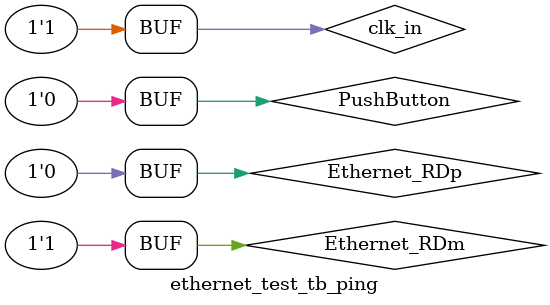
<source format=v>
`timescale 1ns / 1ps


module ethernet_test_tb_ping;

	// Inputs
	reg clk_in;
	reg Ethernet_RDp;
	reg Ethernet_RDm;
	reg PushButton;

	// Outputs
	wire Ethernet_TDp;
	wire Ethernet_TDm;
	wire Ethernet_LED_Link;
	wire Ethernet_LED_Act;
	wire LED_Test;


	// Instantiate the Unit Under Test (UUT)
	ethernet_test uut (
		.clk_in(clk_in), 
		.Ethernet_RDp(Ethernet_RDp), 
		.Ethernet_RDm(Ethernet_RDm), 
		.Ethernet_TDp(Ethernet_TDp), 
		.Ethernet_TDm(Ethernet_TDm), 
		.Ethernet_LED_Link(Ethernet_LED_Link), 
		.Ethernet_LED_Act(Ethernet_LED_Act), 
		.PushButton(PushButton),
		.LED_Test(LED_Test)
	);

	initial begin
		// Initialize Inputs
		clk_in = 0;
		Ethernet_RDp = 0;
		Ethernet_RDm = 0;
		PushButton = 0;

		// Wait 1000 ns for global reset to finish
		#1000;
		// 8'h55
		#50; Ethernet_RDp = 1; Ethernet_RDm = 0; #50; Ethernet_RDp = 0; Ethernet_RDm = 1; // 1
		#50; Ethernet_RDp = 0; Ethernet_RDm = 1; #50; Ethernet_RDp = 1; Ethernet_RDm = 0; // 0
		#50; Ethernet_RDp = 1; Ethernet_RDm = 0; #50; Ethernet_RDp = 0; Ethernet_RDm = 1; // 1
		#50; Ethernet_RDp = 0; Ethernet_RDm = 1; #50; Ethernet_RDp = 1; Ethernet_RDm = 0; // 0
		#50; Ethernet_RDp = 1; Ethernet_RDm = 0; #50; Ethernet_RDp = 0; Ethernet_RDm = 1; // 1
		#50; Ethernet_RDp = 0; Ethernet_RDm = 1; #50; Ethernet_RDp = 1; Ethernet_RDm = 0; // 0
		#50; Ethernet_RDp = 1; Ethernet_RDm = 0; #50; Ethernet_RDp = 0; Ethernet_RDm = 1; // 1
		#50; Ethernet_RDp = 0; Ethernet_RDm = 1; #50; Ethernet_RDp = 1; Ethernet_RDm = 0; // 0
		// 8'h55
		#50; Ethernet_RDp = 1; Ethernet_RDm = 0; #50; Ethernet_RDp = 0; Ethernet_RDm = 1; // 1
		#50; Ethernet_RDp = 0; Ethernet_RDm = 1; #50; Ethernet_RDp = 1; Ethernet_RDm = 0; // 0
		#50; Ethernet_RDp = 1; Ethernet_RDm = 0; #50; Ethernet_RDp = 0; Ethernet_RDm = 1; // 1
		#50; Ethernet_RDp = 0; Ethernet_RDm = 1; #50; Ethernet_RDp = 1; Ethernet_RDm = 0; // 0
		#50; Ethernet_RDp = 1; Ethernet_RDm = 0; #50; Ethernet_RDp = 0; Ethernet_RDm = 1; // 1
		#50; Ethernet_RDp = 0; Ethernet_RDm = 1; #50; Ethernet_RDp = 1; Ethernet_RDm = 0; // 0
		#50; Ethernet_RDp = 1; Ethernet_RDm = 0; #50; Ethernet_RDp = 0; Ethernet_RDm = 1; // 1
		#50; Ethernet_RDp = 0; Ethernet_RDm = 1; #50; Ethernet_RDp = 1; Ethernet_RDm = 0; // 0
		// 8'h55
		#50; Ethernet_RDp = 1; Ethernet_RDm = 0; #50; Ethernet_RDp = 0; Ethernet_RDm = 1; // 1
		#50; Ethernet_RDp = 0; Ethernet_RDm = 1; #50; Ethernet_RDp = 1; Ethernet_RDm = 0; // 0
		#50; Ethernet_RDp = 1; Ethernet_RDm = 0; #50; Ethernet_RDp = 0; Ethernet_RDm = 1; // 1
		#50; Ethernet_RDp = 0; Ethernet_RDm = 1; #50; Ethernet_RDp = 1; Ethernet_RDm = 0; // 0
		#50; Ethernet_RDp = 1; Ethernet_RDm = 0; #50; Ethernet_RDp = 0; Ethernet_RDm = 1; // 1
		#50; Ethernet_RDp = 0; Ethernet_RDm = 1; #50; Ethernet_RDp = 1; Ethernet_RDm = 0; // 0
		#50; Ethernet_RDp = 1; Ethernet_RDm = 0; #50; Ethernet_RDp = 0; Ethernet_RDm = 1; // 1
		#50; Ethernet_RDp = 0; Ethernet_RDm = 1; #50; Ethernet_RDp = 1; Ethernet_RDm = 0; // 0
		// 8'h55
		#50; Ethernet_RDp = 1; Ethernet_RDm = 0; #50; Ethernet_RDp = 0; Ethernet_RDm = 1; // 1
		#50; Ethernet_RDp = 0; Ethernet_RDm = 1; #50; Ethernet_RDp = 1; Ethernet_RDm = 0; // 0
		#50; Ethernet_RDp = 1; Ethernet_RDm = 0; #50; Ethernet_RDp = 0; Ethernet_RDm = 1; // 1
		#50; Ethernet_RDp = 0; Ethernet_RDm = 1; #50; Ethernet_RDp = 1; Ethernet_RDm = 0; // 0
		#50; Ethernet_RDp = 1; Ethernet_RDm = 0; #50; Ethernet_RDp = 0; Ethernet_RDm = 1; // 1
		#50; Ethernet_RDp = 0; Ethernet_RDm = 1; #50; Ethernet_RDp = 1; Ethernet_RDm = 0; // 0
		#50; Ethernet_RDp = 1; Ethernet_RDm = 0; #50; Ethernet_RDp = 0; Ethernet_RDm = 1; // 1
		#50; Ethernet_RDp = 0; Ethernet_RDm = 1; #50; Ethernet_RDp = 1; Ethernet_RDm = 0; // 0
		// 8'h55
		#50; Ethernet_RDp = 1; Ethernet_RDm = 0; #50; Ethernet_RDp = 0; Ethernet_RDm = 1; // 1
		#50; Ethernet_RDp = 0; Ethernet_RDm = 1; #50; Ethernet_RDp = 1; Ethernet_RDm = 0; // 0
		#50; Ethernet_RDp = 1; Ethernet_RDm = 0; #50; Ethernet_RDp = 0; Ethernet_RDm = 1; // 1
		#50; Ethernet_RDp = 0; Ethernet_RDm = 1; #50; Ethernet_RDp = 1; Ethernet_RDm = 0; // 0
		#50; Ethernet_RDp = 1; Ethernet_RDm = 0; #50; Ethernet_RDp = 0; Ethernet_RDm = 1; // 1
		#50; Ethernet_RDp = 0; Ethernet_RDm = 1; #50; Ethernet_RDp = 1; Ethernet_RDm = 0; // 0
		#50; Ethernet_RDp = 1; Ethernet_RDm = 0; #50; Ethernet_RDp = 0; Ethernet_RDm = 1; // 1
		#50; Ethernet_RDp = 0; Ethernet_RDm = 1; #50; Ethernet_RDp = 1; Ethernet_RDm = 0; // 0
		// 8'h55
		#50; Ethernet_RDp = 1; Ethernet_RDm = 0; #50; Ethernet_RDp = 0; Ethernet_RDm = 1; // 1
		#50; Ethernet_RDp = 0; Ethernet_RDm = 1; #50; Ethernet_RDp = 1; Ethernet_RDm = 0; // 0
		#50; Ethernet_RDp = 1; Ethernet_RDm = 0; #50; Ethernet_RDp = 0; Ethernet_RDm = 1; // 1
		#50; Ethernet_RDp = 0; Ethernet_RDm = 1; #50; Ethernet_RDp = 1; Ethernet_RDm = 0; // 0
		#50; Ethernet_RDp = 1; Ethernet_RDm = 0; #50; Ethernet_RDp = 0; Ethernet_RDm = 1; // 1
		#50; Ethernet_RDp = 0; Ethernet_RDm = 1; #50; Ethernet_RDp = 1; Ethernet_RDm = 0; // 0
		#50; Ethernet_RDp = 1; Ethernet_RDm = 0; #50; Ethernet_RDp = 0; Ethernet_RDm = 1; // 1
		#50; Ethernet_RDp = 0; Ethernet_RDm = 1; #50; Ethernet_RDp = 1; Ethernet_RDm = 0; // 0
		// 8'h55
		#50; Ethernet_RDp = 1; Ethernet_RDm = 0; #50; Ethernet_RDp = 0; Ethernet_RDm = 1; // 1
		#50; Ethernet_RDp = 0; Ethernet_RDm = 1; #50; Ethernet_RDp = 1; Ethernet_RDm = 0; // 0
		#50; Ethernet_RDp = 1; Ethernet_RDm = 0; #50; Ethernet_RDp = 0; Ethernet_RDm = 1; // 1
		#50; Ethernet_RDp = 0; Ethernet_RDm = 1; #50; Ethernet_RDp = 1; Ethernet_RDm = 0; // 0
		#50; Ethernet_RDp = 1; Ethernet_RDm = 0; #50; Ethernet_RDp = 0; Ethernet_RDm = 1; // 1
		#50; Ethernet_RDp = 0; Ethernet_RDm = 1; #50; Ethernet_RDp = 1; Ethernet_RDm = 0; // 0
		#50; Ethernet_RDp = 1; Ethernet_RDm = 0; #50; Ethernet_RDp = 0; Ethernet_RDm = 1; // 1
		#50; Ethernet_RDp = 0; Ethernet_RDm = 1; #50; Ethernet_RDp = 1; Ethernet_RDm = 0; // 0
		// 8'hD5
		#50; Ethernet_RDp = 1; Ethernet_RDm = 0; #50; Ethernet_RDp = 0; Ethernet_RDm = 1; // 1
		#50; Ethernet_RDp = 0; Ethernet_RDm = 1; #50; Ethernet_RDp = 1; Ethernet_RDm = 0; // 0
		#50; Ethernet_RDp = 1; Ethernet_RDm = 0; #50; Ethernet_RDp = 0; Ethernet_RDm = 1; // 1
		#50; Ethernet_RDp = 0; Ethernet_RDm = 1; #50; Ethernet_RDp = 1; Ethernet_RDm = 0; // 0
		#50; Ethernet_RDp = 1; Ethernet_RDm = 0; #50; Ethernet_RDp = 0; Ethernet_RDm = 1; // 1
		#50; Ethernet_RDp = 0; Ethernet_RDm = 1; #50; Ethernet_RDp = 1; Ethernet_RDm = 0; // 0
		#50; Ethernet_RDp = 1; Ethernet_RDm = 0; #50; Ethernet_RDp = 0; Ethernet_RDm = 1; // 1
		#50; Ethernet_RDp = 1; Ethernet_RDm = 0; #50; Ethernet_RDp = 0; Ethernet_RDm = 1; // 1
		// 8'h00
		#50; Ethernet_RDp = 0; Ethernet_RDm = 1; #50; Ethernet_RDp = 1; Ethernet_RDm = 0; // 0
		#50; Ethernet_RDp = 0; Ethernet_RDm = 1; #50; Ethernet_RDp = 1; Ethernet_RDm = 0; // 0
		#50; Ethernet_RDp = 0; Ethernet_RDm = 1; #50; Ethernet_RDp = 1; Ethernet_RDm = 0; // 0
		#50; Ethernet_RDp = 0; Ethernet_RDm = 1; #50; Ethernet_RDp = 1; Ethernet_RDm = 0; // 0
		#50; Ethernet_RDp = 0; Ethernet_RDm = 1; #50; Ethernet_RDp = 1; Ethernet_RDm = 0; // 0
		#50; Ethernet_RDp = 0; Ethernet_RDm = 1; #50; Ethernet_RDp = 1; Ethernet_RDm = 0; // 0
		#50; Ethernet_RDp = 0; Ethernet_RDm = 1; #50; Ethernet_RDp = 1; Ethernet_RDm = 0; // 0
		#50; Ethernet_RDp = 0; Ethernet_RDm = 1; #50; Ethernet_RDp = 1; Ethernet_RDm = 0; // 0
		// 8'h12
		#50; Ethernet_RDp = 0; Ethernet_RDm = 1; #50; Ethernet_RDp = 1; Ethernet_RDm = 0; // 0
		#50; Ethernet_RDp = 1; Ethernet_RDm = 0; #50; Ethernet_RDp = 0; Ethernet_RDm = 1; // 1
		#50; Ethernet_RDp = 0; Ethernet_RDm = 1; #50; Ethernet_RDp = 1; Ethernet_RDm = 0; // 0
		#50; Ethernet_RDp = 0; Ethernet_RDm = 1; #50; Ethernet_RDp = 1; Ethernet_RDm = 0; // 0
		#50; Ethernet_RDp = 1; Ethernet_RDm = 0; #50; Ethernet_RDp = 0; Ethernet_RDm = 1; // 1
		#50; Ethernet_RDp = 0; Ethernet_RDm = 1; #50; Ethernet_RDp = 1; Ethernet_RDm = 0; // 0
		#50; Ethernet_RDp = 0; Ethernet_RDm = 1; #50; Ethernet_RDp = 1; Ethernet_RDm = 0; // 0
		#50; Ethernet_RDp = 0; Ethernet_RDm = 1; #50; Ethernet_RDp = 1; Ethernet_RDm = 0; // 0
		// 8'h34
		#50; Ethernet_RDp = 0; Ethernet_RDm = 1; #50; Ethernet_RDp = 1; Ethernet_RDm = 0; // 0
		#50; Ethernet_RDp = 0; Ethernet_RDm = 1; #50; Ethernet_RDp = 1; Ethernet_RDm = 0; // 0
		#50; Ethernet_RDp = 1; Ethernet_RDm = 0; #50; Ethernet_RDp = 0; Ethernet_RDm = 1; // 1
		#50; Ethernet_RDp = 0; Ethernet_RDm = 1; #50; Ethernet_RDp = 1; Ethernet_RDm = 0; // 0
		#50; Ethernet_RDp = 1; Ethernet_RDm = 0; #50; Ethernet_RDp = 0; Ethernet_RDm = 1; // 1
		#50; Ethernet_RDp = 1; Ethernet_RDm = 0; #50; Ethernet_RDp = 0; Ethernet_RDm = 1; // 1
		#50; Ethernet_RDp = 0; Ethernet_RDm = 1; #50; Ethernet_RDp = 1; Ethernet_RDm = 0; // 0
		#50; Ethernet_RDp = 0; Ethernet_RDm = 1; #50; Ethernet_RDp = 1; Ethernet_RDm = 0; // 0
		// 8'h56
		#50; Ethernet_RDp = 0; Ethernet_RDm = 1; #50; Ethernet_RDp = 1; Ethernet_RDm = 0; // 0
		#50; Ethernet_RDp = 1; Ethernet_RDm = 0; #50; Ethernet_RDp = 0; Ethernet_RDm = 1; // 1
		#50; Ethernet_RDp = 1; Ethernet_RDm = 0; #50; Ethernet_RDp = 0; Ethernet_RDm = 1; // 1
		#50; Ethernet_RDp = 0; Ethernet_RDm = 1; #50; Ethernet_RDp = 1; Ethernet_RDm = 0; // 0
		#50; Ethernet_RDp = 1; Ethernet_RDm = 0; #50; Ethernet_RDp = 0; Ethernet_RDm = 1; // 1
		#50; Ethernet_RDp = 0; Ethernet_RDm = 1; #50; Ethernet_RDp = 1; Ethernet_RDm = 0; // 0
		#50; Ethernet_RDp = 1; Ethernet_RDm = 0; #50; Ethernet_RDp = 0; Ethernet_RDm = 1; // 1
		#50; Ethernet_RDp = 0; Ethernet_RDm = 1; #50; Ethernet_RDp = 1; Ethernet_RDm = 0; // 0
		// 8'h78
		#50; Ethernet_RDp = 0; Ethernet_RDm = 1; #50; Ethernet_RDp = 1; Ethernet_RDm = 0; // 0
		#50; Ethernet_RDp = 0; Ethernet_RDm = 1; #50; Ethernet_RDp = 1; Ethernet_RDm = 0; // 0
		#50; Ethernet_RDp = 0; Ethernet_RDm = 1; #50; Ethernet_RDp = 1; Ethernet_RDm = 0; // 0
		#50; Ethernet_RDp = 1; Ethernet_RDm = 0; #50; Ethernet_RDp = 0; Ethernet_RDm = 1; // 1
		#50; Ethernet_RDp = 1; Ethernet_RDm = 0; #50; Ethernet_RDp = 0; Ethernet_RDm = 1; // 1
		#50; Ethernet_RDp = 1; Ethernet_RDm = 0; #50; Ethernet_RDp = 0; Ethernet_RDm = 1; // 1
		#50; Ethernet_RDp = 1; Ethernet_RDm = 0; #50; Ethernet_RDp = 0; Ethernet_RDm = 1; // 1
		#50; Ethernet_RDp = 0; Ethernet_RDm = 1; #50; Ethernet_RDp = 1; Ethernet_RDm = 0; // 0
		// 8'h90
		#50; Ethernet_RDp = 0; Ethernet_RDm = 1; #50; Ethernet_RDp = 1; Ethernet_RDm = 0; // 0
		#50; Ethernet_RDp = 0; Ethernet_RDm = 1; #50; Ethernet_RDp = 1; Ethernet_RDm = 0; // 0
		#50; Ethernet_RDp = 0; Ethernet_RDm = 1; #50; Ethernet_RDp = 1; Ethernet_RDm = 0; // 0
		#50; Ethernet_RDp = 0; Ethernet_RDm = 1; #50; Ethernet_RDp = 1; Ethernet_RDm = 0; // 0
		#50; Ethernet_RDp = 1; Ethernet_RDm = 0; #50; Ethernet_RDp = 0; Ethernet_RDm = 1; // 1
		#50; Ethernet_RDp = 0; Ethernet_RDm = 1; #50; Ethernet_RDp = 1; Ethernet_RDm = 0; // 0
		#50; Ethernet_RDp = 0; Ethernet_RDm = 1; #50; Ethernet_RDp = 1; Ethernet_RDm = 0; // 0
		#50; Ethernet_RDp = 1; Ethernet_RDm = 0; #50; Ethernet_RDp = 0; Ethernet_RDm = 1; // 1
		// 8'h00
		#50; Ethernet_RDp = 0; Ethernet_RDm = 1; #50; Ethernet_RDp = 1; Ethernet_RDm = 0; // 0
		#50; Ethernet_RDp = 0; Ethernet_RDm = 1; #50; Ethernet_RDp = 1; Ethernet_RDm = 0; // 0
		#50; Ethernet_RDp = 0; Ethernet_RDm = 1; #50; Ethernet_RDp = 1; Ethernet_RDm = 0; // 0
		#50; Ethernet_RDp = 0; Ethernet_RDm = 1; #50; Ethernet_RDp = 1; Ethernet_RDm = 0; // 0
		#50; Ethernet_RDp = 0; Ethernet_RDm = 1; #50; Ethernet_RDp = 1; Ethernet_RDm = 0; // 0
		#50; Ethernet_RDp = 0; Ethernet_RDm = 1; #50; Ethernet_RDp = 1; Ethernet_RDm = 0; // 0
		#50; Ethernet_RDp = 0; Ethernet_RDm = 1; #50; Ethernet_RDp = 1; Ethernet_RDm = 0; // 0
		#50; Ethernet_RDp = 0; Ethernet_RDm = 1; #50; Ethernet_RDp = 1; Ethernet_RDm = 0; // 0
		// 8'h01
		#50; Ethernet_RDp = 1; Ethernet_RDm = 0; #50; Ethernet_RDp = 0; Ethernet_RDm = 1; // 1
		#50; Ethernet_RDp = 0; Ethernet_RDm = 1; #50; Ethernet_RDp = 1; Ethernet_RDm = 0; // 0
		#50; Ethernet_RDp = 0; Ethernet_RDm = 1; #50; Ethernet_RDp = 1; Ethernet_RDm = 0; // 0
		#50; Ethernet_RDp = 0; Ethernet_RDm = 1; #50; Ethernet_RDp = 1; Ethernet_RDm = 0; // 0
		#50; Ethernet_RDp = 0; Ethernet_RDm = 1; #50; Ethernet_RDp = 1; Ethernet_RDm = 0; // 0
		#50; Ethernet_RDp = 0; Ethernet_RDm = 1; #50; Ethernet_RDp = 1; Ethernet_RDm = 0; // 0
		#50; Ethernet_RDp = 0; Ethernet_RDm = 1; #50; Ethernet_RDp = 1; Ethernet_RDm = 0; // 0
		#50; Ethernet_RDp = 0; Ethernet_RDm = 1; #50; Ethernet_RDp = 1; Ethernet_RDm = 0; // 0
		// 8'h29
		#50; Ethernet_RDp = 1; Ethernet_RDm = 0; #50; Ethernet_RDp = 0; Ethernet_RDm = 1; // 1
		#50; Ethernet_RDp = 0; Ethernet_RDm = 1; #50; Ethernet_RDp = 1; Ethernet_RDm = 0; // 0
		#50; Ethernet_RDp = 0; Ethernet_RDm = 1; #50; Ethernet_RDp = 1; Ethernet_RDm = 0; // 0
		#50; Ethernet_RDp = 1; Ethernet_RDm = 0; #50; Ethernet_RDp = 0; Ethernet_RDm = 1; // 1
		#50; Ethernet_RDp = 0; Ethernet_RDm = 1; #50; Ethernet_RDp = 1; Ethernet_RDm = 0; // 0
		#50; Ethernet_RDp = 1; Ethernet_RDm = 0; #50; Ethernet_RDp = 0; Ethernet_RDm = 1; // 1
		#50; Ethernet_RDp = 0; Ethernet_RDm = 1; #50; Ethernet_RDp = 1; Ethernet_RDm = 0; // 0
		#50; Ethernet_RDp = 0; Ethernet_RDm = 1; #50; Ethernet_RDp = 1; Ethernet_RDm = 0; // 0
		// 8'hd1
		#50; Ethernet_RDp = 1; Ethernet_RDm = 0; #50; Ethernet_RDp = 0; Ethernet_RDm = 1; // 1
		#50; Ethernet_RDp = 0; Ethernet_RDm = 1; #50; Ethernet_RDp = 1; Ethernet_RDm = 0; // 0
		#50; Ethernet_RDp = 0; Ethernet_RDm = 1; #50; Ethernet_RDp = 1; Ethernet_RDm = 0; // 0
		#50; Ethernet_RDp = 0; Ethernet_RDm = 1; #50; Ethernet_RDp = 1; Ethernet_RDm = 0; // 0
		#50; Ethernet_RDp = 1; Ethernet_RDm = 0; #50; Ethernet_RDp = 0; Ethernet_RDm = 1; // 1
		#50; Ethernet_RDp = 0; Ethernet_RDm = 1; #50; Ethernet_RDp = 1; Ethernet_RDm = 0; // 0
		#50; Ethernet_RDp = 1; Ethernet_RDm = 0; #50; Ethernet_RDp = 0; Ethernet_RDm = 1; // 1
		#50; Ethernet_RDp = 1; Ethernet_RDm = 0; #50; Ethernet_RDp = 0; Ethernet_RDm = 1; // 1
		// 8'h6c
		#50; Ethernet_RDp = 0; Ethernet_RDm = 1; #50; Ethernet_RDp = 1; Ethernet_RDm = 0; // 0
		#50; Ethernet_RDp = 0; Ethernet_RDm = 1; #50; Ethernet_RDp = 1; Ethernet_RDm = 0; // 0
		#50; Ethernet_RDp = 1; Ethernet_RDm = 0; #50; Ethernet_RDp = 0; Ethernet_RDm = 1; // 1
		#50; Ethernet_RDp = 1; Ethernet_RDm = 0; #50; Ethernet_RDp = 0; Ethernet_RDm = 1; // 1
		#50; Ethernet_RDp = 0; Ethernet_RDm = 1; #50; Ethernet_RDp = 1; Ethernet_RDm = 0; // 0
		#50; Ethernet_RDp = 1; Ethernet_RDm = 0; #50; Ethernet_RDp = 0; Ethernet_RDm = 1; // 1
		#50; Ethernet_RDp = 1; Ethernet_RDm = 0; #50; Ethernet_RDp = 0; Ethernet_RDm = 1; // 1
		#50; Ethernet_RDp = 0; Ethernet_RDm = 1; #50; Ethernet_RDp = 1; Ethernet_RDm = 0; // 0
		// 8'h98
		#50; Ethernet_RDp = 0; Ethernet_RDm = 1; #50; Ethernet_RDp = 1; Ethernet_RDm = 0; // 0
		#50; Ethernet_RDp = 0; Ethernet_RDm = 1; #50; Ethernet_RDp = 1; Ethernet_RDm = 0; // 0
		#50; Ethernet_RDp = 0; Ethernet_RDm = 1; #50; Ethernet_RDp = 1; Ethernet_RDm = 0; // 0
		#50; Ethernet_RDp = 1; Ethernet_RDm = 0; #50; Ethernet_RDp = 0; Ethernet_RDm = 1; // 1
		#50; Ethernet_RDp = 1; Ethernet_RDm = 0; #50; Ethernet_RDp = 0; Ethernet_RDm = 1; // 1
		#50; Ethernet_RDp = 0; Ethernet_RDm = 1; #50; Ethernet_RDp = 1; Ethernet_RDm = 0; // 0
		#50; Ethernet_RDp = 0; Ethernet_RDm = 1; #50; Ethernet_RDp = 1; Ethernet_RDm = 0; // 0
		#50; Ethernet_RDp = 1; Ethernet_RDm = 0; #50; Ethernet_RDp = 0; Ethernet_RDm = 1; // 1
		// 8'h08
		#50; Ethernet_RDp = 0; Ethernet_RDm = 1; #50; Ethernet_RDp = 1; Ethernet_RDm = 0; // 0
		#50; Ethernet_RDp = 0; Ethernet_RDm = 1; #50; Ethernet_RDp = 1; Ethernet_RDm = 0; // 0
		#50; Ethernet_RDp = 0; Ethernet_RDm = 1; #50; Ethernet_RDp = 1; Ethernet_RDm = 0; // 0
		#50; Ethernet_RDp = 1; Ethernet_RDm = 0; #50; Ethernet_RDp = 0; Ethernet_RDm = 1; // 1
		#50; Ethernet_RDp = 0; Ethernet_RDm = 1; #50; Ethernet_RDp = 1; Ethernet_RDm = 0; // 0
		#50; Ethernet_RDp = 0; Ethernet_RDm = 1; #50; Ethernet_RDp = 1; Ethernet_RDm = 0; // 0
		#50; Ethernet_RDp = 0; Ethernet_RDm = 1; #50; Ethernet_RDp = 1; Ethernet_RDm = 0; // 0
		#50; Ethernet_RDp = 0; Ethernet_RDm = 1; #50; Ethernet_RDp = 1; Ethernet_RDm = 0; // 0
		// 8'h00
		#50; Ethernet_RDp = 0; Ethernet_RDm = 1; #50; Ethernet_RDp = 1; Ethernet_RDm = 0; // 0
		#50; Ethernet_RDp = 0; Ethernet_RDm = 1; #50; Ethernet_RDp = 1; Ethernet_RDm = 0; // 0
		#50; Ethernet_RDp = 0; Ethernet_RDm = 1; #50; Ethernet_RDp = 1; Ethernet_RDm = 0; // 0
		#50; Ethernet_RDp = 0; Ethernet_RDm = 1; #50; Ethernet_RDp = 1; Ethernet_RDm = 0; // 0
		#50; Ethernet_RDp = 0; Ethernet_RDm = 1; #50; Ethernet_RDp = 1; Ethernet_RDm = 0; // 0
		#50; Ethernet_RDp = 0; Ethernet_RDm = 1; #50; Ethernet_RDp = 1; Ethernet_RDm = 0; // 0
		#50; Ethernet_RDp = 0; Ethernet_RDm = 1; #50; Ethernet_RDp = 1; Ethernet_RDm = 0; // 0
		#50; Ethernet_RDp = 0; Ethernet_RDm = 1; #50; Ethernet_RDp = 1; Ethernet_RDm = 0; // 0
		// 8'h45
		#50; Ethernet_RDp = 1; Ethernet_RDm = 0; #50; Ethernet_RDp = 0; Ethernet_RDm = 1; // 1
		#50; Ethernet_RDp = 0; Ethernet_RDm = 1; #50; Ethernet_RDp = 1; Ethernet_RDm = 0; // 0
		#50; Ethernet_RDp = 1; Ethernet_RDm = 0; #50; Ethernet_RDp = 0; Ethernet_RDm = 1; // 1
		#50; Ethernet_RDp = 0; Ethernet_RDm = 1; #50; Ethernet_RDp = 1; Ethernet_RDm = 0; // 0
		#50; Ethernet_RDp = 0; Ethernet_RDm = 1; #50; Ethernet_RDp = 1; Ethernet_RDm = 0; // 0
		#50; Ethernet_RDp = 0; Ethernet_RDm = 1; #50; Ethernet_RDp = 1; Ethernet_RDm = 0; // 0
		#50; Ethernet_RDp = 1; Ethernet_RDm = 0; #50; Ethernet_RDp = 0; Ethernet_RDm = 1; // 1
		#50; Ethernet_RDp = 0; Ethernet_RDm = 1; #50; Ethernet_RDp = 1; Ethernet_RDm = 0; // 0
		// 8'h00
		#50; Ethernet_RDp = 0; Ethernet_RDm = 1; #50; Ethernet_RDp = 1; Ethernet_RDm = 0; // 0
		#50; Ethernet_RDp = 0; Ethernet_RDm = 1; #50; Ethernet_RDp = 1; Ethernet_RDm = 0; // 0
		#50; Ethernet_RDp = 0; Ethernet_RDm = 1; #50; Ethernet_RDp = 1; Ethernet_RDm = 0; // 0
		#50; Ethernet_RDp = 0; Ethernet_RDm = 1; #50; Ethernet_RDp = 1; Ethernet_RDm = 0; // 0
		#50; Ethernet_RDp = 0; Ethernet_RDm = 1; #50; Ethernet_RDp = 1; Ethernet_RDm = 0; // 0
		#50; Ethernet_RDp = 0; Ethernet_RDm = 1; #50; Ethernet_RDp = 1; Ethernet_RDm = 0; // 0
		#50; Ethernet_RDp = 0; Ethernet_RDm = 1; #50; Ethernet_RDp = 1; Ethernet_RDm = 0; // 0
		#50; Ethernet_RDp = 0; Ethernet_RDm = 1; #50; Ethernet_RDp = 1; Ethernet_RDm = 0; // 0
		// 8'h00
		#50; Ethernet_RDp = 0; Ethernet_RDm = 1; #50; Ethernet_RDp = 1; Ethernet_RDm = 0; // 0
		#50; Ethernet_RDp = 0; Ethernet_RDm = 1; #50; Ethernet_RDp = 1; Ethernet_RDm = 0; // 0
		#50; Ethernet_RDp = 0; Ethernet_RDm = 1; #50; Ethernet_RDp = 1; Ethernet_RDm = 0; // 0
		#50; Ethernet_RDp = 0; Ethernet_RDm = 1; #50; Ethernet_RDp = 1; Ethernet_RDm = 0; // 0
		#50; Ethernet_RDp = 0; Ethernet_RDm = 1; #50; Ethernet_RDp = 1; Ethernet_RDm = 0; // 0
		#50; Ethernet_RDp = 0; Ethernet_RDm = 1; #50; Ethernet_RDp = 1; Ethernet_RDm = 0; // 0
		#50; Ethernet_RDp = 0; Ethernet_RDm = 1; #50; Ethernet_RDp = 1; Ethernet_RDm = 0; // 0
		#50; Ethernet_RDp = 0; Ethernet_RDm = 1; #50; Ethernet_RDp = 1; Ethernet_RDm = 0; // 0
		// 8'h3c
		#50; Ethernet_RDp = 0; Ethernet_RDm = 1; #50; Ethernet_RDp = 1; Ethernet_RDm = 0; // 0
		#50; Ethernet_RDp = 0; Ethernet_RDm = 1; #50; Ethernet_RDp = 1; Ethernet_RDm = 0; // 0
		#50; Ethernet_RDp = 1; Ethernet_RDm = 0; #50; Ethernet_RDp = 0; Ethernet_RDm = 1; // 1
		#50; Ethernet_RDp = 1; Ethernet_RDm = 0; #50; Ethernet_RDp = 0; Ethernet_RDm = 1; // 1
		#50; Ethernet_RDp = 1; Ethernet_RDm = 0; #50; Ethernet_RDp = 0; Ethernet_RDm = 1; // 1
		#50; Ethernet_RDp = 1; Ethernet_RDm = 0; #50; Ethernet_RDp = 0; Ethernet_RDm = 1; // 1
		#50; Ethernet_RDp = 0; Ethernet_RDm = 1; #50; Ethernet_RDp = 1; Ethernet_RDm = 0; // 0
		#50; Ethernet_RDp = 0; Ethernet_RDm = 1; #50; Ethernet_RDp = 1; Ethernet_RDm = 0; // 0
		// 8'h3e
		#50; Ethernet_RDp = 0; Ethernet_RDm = 1; #50; Ethernet_RDp = 1; Ethernet_RDm = 0; // 0
		#50; Ethernet_RDp = 1; Ethernet_RDm = 0; #50; Ethernet_RDp = 0; Ethernet_RDm = 1; // 1
		#50; Ethernet_RDp = 1; Ethernet_RDm = 0; #50; Ethernet_RDp = 0; Ethernet_RDm = 1; // 1
		#50; Ethernet_RDp = 1; Ethernet_RDm = 0; #50; Ethernet_RDp = 0; Ethernet_RDm = 1; // 1
		#50; Ethernet_RDp = 1; Ethernet_RDm = 0; #50; Ethernet_RDp = 0; Ethernet_RDm = 1; // 1
		#50; Ethernet_RDp = 1; Ethernet_RDm = 0; #50; Ethernet_RDp = 0; Ethernet_RDm = 1; // 1
		#50; Ethernet_RDp = 0; Ethernet_RDm = 1; #50; Ethernet_RDp = 1; Ethernet_RDm = 0; // 0
		#50; Ethernet_RDp = 0; Ethernet_RDm = 1; #50; Ethernet_RDp = 1; Ethernet_RDm = 0; // 0
		// 8'hbf
		#50; Ethernet_RDp = 1; Ethernet_RDm = 0; #50; Ethernet_RDp = 0; Ethernet_RDm = 1; // 1
		#50; Ethernet_RDp = 1; Ethernet_RDm = 0; #50; Ethernet_RDp = 0; Ethernet_RDm = 1; // 1
		#50; Ethernet_RDp = 1; Ethernet_RDm = 0; #50; Ethernet_RDp = 0; Ethernet_RDm = 1; // 1
		#50; Ethernet_RDp = 1; Ethernet_RDm = 0; #50; Ethernet_RDp = 0; Ethernet_RDm = 1; // 1
		#50; Ethernet_RDp = 1; Ethernet_RDm = 0; #50; Ethernet_RDp = 0; Ethernet_RDm = 1; // 1
		#50; Ethernet_RDp = 1; Ethernet_RDm = 0; #50; Ethernet_RDp = 0; Ethernet_RDm = 1; // 1
		#50; Ethernet_RDp = 0; Ethernet_RDm = 1; #50; Ethernet_RDp = 1; Ethernet_RDm = 0; // 0
		#50; Ethernet_RDp = 1; Ethernet_RDm = 0; #50; Ethernet_RDp = 0; Ethernet_RDm = 1; // 1
		// 8'h00
		#50; Ethernet_RDp = 0; Ethernet_RDm = 1; #50; Ethernet_RDp = 1; Ethernet_RDm = 0; // 0
		#50; Ethernet_RDp = 0; Ethernet_RDm = 1; #50; Ethernet_RDp = 1; Ethernet_RDm = 0; // 0
		#50; Ethernet_RDp = 0; Ethernet_RDm = 1; #50; Ethernet_RDp = 1; Ethernet_RDm = 0; // 0
		#50; Ethernet_RDp = 0; Ethernet_RDm = 1; #50; Ethernet_RDp = 1; Ethernet_RDm = 0; // 0
		#50; Ethernet_RDp = 0; Ethernet_RDm = 1; #50; Ethernet_RDp = 1; Ethernet_RDm = 0; // 0
		#50; Ethernet_RDp = 0; Ethernet_RDm = 1; #50; Ethernet_RDp = 1; Ethernet_RDm = 0; // 0
		#50; Ethernet_RDp = 0; Ethernet_RDm = 1; #50; Ethernet_RDp = 1; Ethernet_RDm = 0; // 0
		#50; Ethernet_RDp = 0; Ethernet_RDm = 1; #50; Ethernet_RDp = 1; Ethernet_RDm = 0; // 0
		// 8'h00
		#50; Ethernet_RDp = 0; Ethernet_RDm = 1; #50; Ethernet_RDp = 1; Ethernet_RDm = 0; // 0
		#50; Ethernet_RDp = 0; Ethernet_RDm = 1; #50; Ethernet_RDp = 1; Ethernet_RDm = 0; // 0
		#50; Ethernet_RDp = 0; Ethernet_RDm = 1; #50; Ethernet_RDp = 1; Ethernet_RDm = 0; // 0
		#50; Ethernet_RDp = 0; Ethernet_RDm = 1; #50; Ethernet_RDp = 1; Ethernet_RDm = 0; // 0
		#50; Ethernet_RDp = 0; Ethernet_RDm = 1; #50; Ethernet_RDp = 1; Ethernet_RDm = 0; // 0
		#50; Ethernet_RDp = 0; Ethernet_RDm = 1; #50; Ethernet_RDp = 1; Ethernet_RDm = 0; // 0
		#50; Ethernet_RDp = 0; Ethernet_RDm = 1; #50; Ethernet_RDp = 1; Ethernet_RDm = 0; // 0
		#50; Ethernet_RDp = 0; Ethernet_RDm = 1; #50; Ethernet_RDp = 1; Ethernet_RDm = 0; // 0
		// 8'h80
		#50; Ethernet_RDp = 0; Ethernet_RDm = 1; #50; Ethernet_RDp = 1; Ethernet_RDm = 0; // 0
		#50; Ethernet_RDp = 0; Ethernet_RDm = 1; #50; Ethernet_RDp = 1; Ethernet_RDm = 0; // 0
		#50; Ethernet_RDp = 0; Ethernet_RDm = 1; #50; Ethernet_RDp = 1; Ethernet_RDm = 0; // 0
		#50; Ethernet_RDp = 0; Ethernet_RDm = 1; #50; Ethernet_RDp = 1; Ethernet_RDm = 0; // 0
		#50; Ethernet_RDp = 0; Ethernet_RDm = 1; #50; Ethernet_RDp = 1; Ethernet_RDm = 0; // 0
		#50; Ethernet_RDp = 0; Ethernet_RDm = 1; #50; Ethernet_RDp = 1; Ethernet_RDm = 0; // 0
		#50; Ethernet_RDp = 0; Ethernet_RDm = 1; #50; Ethernet_RDp = 1; Ethernet_RDm = 0; // 0
		#50; Ethernet_RDp = 1; Ethernet_RDm = 0; #50; Ethernet_RDp = 0; Ethernet_RDm = 1; // 1
		// 8'h01
		#50; Ethernet_RDp = 1; Ethernet_RDm = 0; #50; Ethernet_RDp = 0; Ethernet_RDm = 1; // 1
		#50; Ethernet_RDp = 0; Ethernet_RDm = 1; #50; Ethernet_RDp = 1; Ethernet_RDm = 0; // 0
		#50; Ethernet_RDp = 0; Ethernet_RDm = 1; #50; Ethernet_RDp = 1; Ethernet_RDm = 0; // 0
		#50; Ethernet_RDp = 0; Ethernet_RDm = 1; #50; Ethernet_RDp = 1; Ethernet_RDm = 0; // 0
		#50; Ethernet_RDp = 0; Ethernet_RDm = 1; #50; Ethernet_RDp = 1; Ethernet_RDm = 0; // 0
		#50; Ethernet_RDp = 0; Ethernet_RDm = 1; #50; Ethernet_RDp = 1; Ethernet_RDm = 0; // 0
		#50; Ethernet_RDp = 0; Ethernet_RDm = 1; #50; Ethernet_RDp = 1; Ethernet_RDm = 0; // 0
		#50; Ethernet_RDp = 0; Ethernet_RDm = 1; #50; Ethernet_RDp = 1; Ethernet_RDm = 0; // 0
		// 8'h78
		#50; Ethernet_RDp = 0; Ethernet_RDm = 1; #50; Ethernet_RDp = 1; Ethernet_RDm = 0; // 0
		#50; Ethernet_RDp = 0; Ethernet_RDm = 1; #50; Ethernet_RDp = 1; Ethernet_RDm = 0; // 0
		#50; Ethernet_RDp = 0; Ethernet_RDm = 1; #50; Ethernet_RDp = 1; Ethernet_RDm = 0; // 0
		#50; Ethernet_RDp = 1; Ethernet_RDm = 0; #50; Ethernet_RDp = 0; Ethernet_RDm = 1; // 1
		#50; Ethernet_RDp = 1; Ethernet_RDm = 0; #50; Ethernet_RDp = 0; Ethernet_RDm = 1; // 1
		#50; Ethernet_RDp = 1; Ethernet_RDm = 0; #50; Ethernet_RDp = 0; Ethernet_RDm = 1; // 1
		#50; Ethernet_RDp = 1; Ethernet_RDm = 0; #50; Ethernet_RDp = 0; Ethernet_RDm = 1; // 1
		#50; Ethernet_RDp = 0; Ethernet_RDm = 1; #50; Ethernet_RDp = 1; Ethernet_RDm = 0; // 0
		// 8'h83
		#50; Ethernet_RDp = 1; Ethernet_RDm = 0; #50; Ethernet_RDp = 0; Ethernet_RDm = 1; // 1
		#50; Ethernet_RDp = 1; Ethernet_RDm = 0; #50; Ethernet_RDp = 0; Ethernet_RDm = 1; // 1
		#50; Ethernet_RDp = 0; Ethernet_RDm = 1; #50; Ethernet_RDp = 1; Ethernet_RDm = 0; // 0
		#50; Ethernet_RDp = 0; Ethernet_RDm = 1; #50; Ethernet_RDp = 1; Ethernet_RDm = 0; // 0
		#50; Ethernet_RDp = 0; Ethernet_RDm = 1; #50; Ethernet_RDp = 1; Ethernet_RDm = 0; // 0
		#50; Ethernet_RDp = 0; Ethernet_RDm = 1; #50; Ethernet_RDp = 1; Ethernet_RDm = 0; // 0
		#50; Ethernet_RDp = 0; Ethernet_RDm = 1; #50; Ethernet_RDp = 1; Ethernet_RDm = 0; // 0
		#50; Ethernet_RDp = 1; Ethernet_RDm = 0; #50; Ethernet_RDp = 0; Ethernet_RDm = 1; // 1
		// 8'hc0
		#50; Ethernet_RDp = 0; Ethernet_RDm = 1; #50; Ethernet_RDp = 1; Ethernet_RDm = 0; // 0
		#50; Ethernet_RDp = 0; Ethernet_RDm = 1; #50; Ethernet_RDp = 1; Ethernet_RDm = 0; // 0
		#50; Ethernet_RDp = 0; Ethernet_RDm = 1; #50; Ethernet_RDp = 1; Ethernet_RDm = 0; // 0
		#50; Ethernet_RDp = 0; Ethernet_RDm = 1; #50; Ethernet_RDp = 1; Ethernet_RDm = 0; // 0
		#50; Ethernet_RDp = 0; Ethernet_RDm = 1; #50; Ethernet_RDp = 1; Ethernet_RDm = 0; // 0
		#50; Ethernet_RDp = 0; Ethernet_RDm = 1; #50; Ethernet_RDp = 1; Ethernet_RDm = 0; // 0
		#50; Ethernet_RDp = 1; Ethernet_RDm = 0; #50; Ethernet_RDp = 0; Ethernet_RDm = 1; // 1
		#50; Ethernet_RDp = 1; Ethernet_RDm = 0; #50; Ethernet_RDp = 0; Ethernet_RDm = 1; // 1
		// 8'ha8
		#50; Ethernet_RDp = 0; Ethernet_RDm = 1; #50; Ethernet_RDp = 1; Ethernet_RDm = 0; // 0
		#50; Ethernet_RDp = 0; Ethernet_RDm = 1; #50; Ethernet_RDp = 1; Ethernet_RDm = 0; // 0
		#50; Ethernet_RDp = 0; Ethernet_RDm = 1; #50; Ethernet_RDp = 1; Ethernet_RDm = 0; // 0
		#50; Ethernet_RDp = 1; Ethernet_RDm = 0; #50; Ethernet_RDp = 0; Ethernet_RDm = 1; // 1
		#50; Ethernet_RDp = 0; Ethernet_RDm = 1; #50; Ethernet_RDp = 1; Ethernet_RDm = 0; // 0
		#50; Ethernet_RDp = 1; Ethernet_RDm = 0; #50; Ethernet_RDp = 0; Ethernet_RDm = 1; // 1
		#50; Ethernet_RDp = 0; Ethernet_RDm = 1; #50; Ethernet_RDp = 1; Ethernet_RDm = 0; // 0
		#50; Ethernet_RDp = 1; Ethernet_RDm = 0; #50; Ethernet_RDp = 0; Ethernet_RDm = 1; // 1
		// 8'h01
		#50; Ethernet_RDp = 1; Ethernet_RDm = 0; #50; Ethernet_RDp = 0; Ethernet_RDm = 1; // 1
		#50; Ethernet_RDp = 0; Ethernet_RDm = 1; #50; Ethernet_RDp = 1; Ethernet_RDm = 0; // 0
		#50; Ethernet_RDp = 0; Ethernet_RDm = 1; #50; Ethernet_RDp = 1; Ethernet_RDm = 0; // 0
		#50; Ethernet_RDp = 0; Ethernet_RDm = 1; #50; Ethernet_RDp = 1; Ethernet_RDm = 0; // 0
		#50; Ethernet_RDp = 0; Ethernet_RDm = 1; #50; Ethernet_RDp = 1; Ethernet_RDm = 0; // 0
		#50; Ethernet_RDp = 0; Ethernet_RDm = 1; #50; Ethernet_RDp = 1; Ethernet_RDm = 0; // 0
		#50; Ethernet_RDp = 0; Ethernet_RDm = 1; #50; Ethernet_RDp = 1; Ethernet_RDm = 0; // 0
		#50; Ethernet_RDp = 0; Ethernet_RDm = 1; #50; Ethernet_RDp = 1; Ethernet_RDm = 0; // 0
		// 8'h02
		#50; Ethernet_RDp = 0; Ethernet_RDm = 1; #50; Ethernet_RDp = 1; Ethernet_RDm = 0; // 0
		#50; Ethernet_RDp = 1; Ethernet_RDm = 0; #50; Ethernet_RDp = 0; Ethernet_RDm = 1; // 1
		#50; Ethernet_RDp = 0; Ethernet_RDm = 1; #50; Ethernet_RDp = 1; Ethernet_RDm = 0; // 0
		#50; Ethernet_RDp = 0; Ethernet_RDm = 1; #50; Ethernet_RDp = 1; Ethernet_RDm = 0; // 0
		#50; Ethernet_RDp = 0; Ethernet_RDm = 1; #50; Ethernet_RDp = 1; Ethernet_RDm = 0; // 0
		#50; Ethernet_RDp = 0; Ethernet_RDm = 1; #50; Ethernet_RDp = 1; Ethernet_RDm = 0; // 0
		#50; Ethernet_RDp = 0; Ethernet_RDm = 1; #50; Ethernet_RDp = 1; Ethernet_RDm = 0; // 0
		#50; Ethernet_RDp = 0; Ethernet_RDm = 1; #50; Ethernet_RDp = 1; Ethernet_RDm = 0; // 0
		// 8'hc0
		#50; Ethernet_RDp = 0; Ethernet_RDm = 1; #50; Ethernet_RDp = 1; Ethernet_RDm = 0; // 0
		#50; Ethernet_RDp = 0; Ethernet_RDm = 1; #50; Ethernet_RDp = 1; Ethernet_RDm = 0; // 0
		#50; Ethernet_RDp = 0; Ethernet_RDm = 1; #50; Ethernet_RDp = 1; Ethernet_RDm = 0; // 0
		#50; Ethernet_RDp = 0; Ethernet_RDm = 1; #50; Ethernet_RDp = 1; Ethernet_RDm = 0; // 0
		#50; Ethernet_RDp = 0; Ethernet_RDm = 1; #50; Ethernet_RDp = 1; Ethernet_RDm = 0; // 0
		#50; Ethernet_RDp = 0; Ethernet_RDm = 1; #50; Ethernet_RDp = 1; Ethernet_RDm = 0; // 0
		#50; Ethernet_RDp = 1; Ethernet_RDm = 0; #50; Ethernet_RDp = 0; Ethernet_RDm = 1; // 1
		#50; Ethernet_RDp = 1; Ethernet_RDm = 0; #50; Ethernet_RDp = 0; Ethernet_RDm = 1; // 1
		// 8'ha8
		#50; Ethernet_RDp = 0; Ethernet_RDm = 1; #50; Ethernet_RDp = 1; Ethernet_RDm = 0; // 0
		#50; Ethernet_RDp = 0; Ethernet_RDm = 1; #50; Ethernet_RDp = 1; Ethernet_RDm = 0; // 0
		#50; Ethernet_RDp = 0; Ethernet_RDm = 1; #50; Ethernet_RDp = 1; Ethernet_RDm = 0; // 0
		#50; Ethernet_RDp = 1; Ethernet_RDm = 0; #50; Ethernet_RDp = 0; Ethernet_RDm = 1; // 1
		#50; Ethernet_RDp = 0; Ethernet_RDm = 1; #50; Ethernet_RDp = 1; Ethernet_RDm = 0; // 0
		#50; Ethernet_RDp = 1; Ethernet_RDm = 0; #50; Ethernet_RDp = 0; Ethernet_RDm = 1; // 1
		#50; Ethernet_RDp = 0; Ethernet_RDm = 1; #50; Ethernet_RDp = 1; Ethernet_RDm = 0; // 0
		#50; Ethernet_RDp = 1; Ethernet_RDm = 0; #50; Ethernet_RDp = 0; Ethernet_RDm = 1; // 1
		// 8'h01
		#50; Ethernet_RDp = 1; Ethernet_RDm = 0; #50; Ethernet_RDp = 0; Ethernet_RDm = 1; // 1
		#50; Ethernet_RDp = 0; Ethernet_RDm = 1; #50; Ethernet_RDp = 1; Ethernet_RDm = 0; // 0
		#50; Ethernet_RDp = 0; Ethernet_RDm = 1; #50; Ethernet_RDp = 1; Ethernet_RDm = 0; // 0
		#50; Ethernet_RDp = 0; Ethernet_RDm = 1; #50; Ethernet_RDp = 1; Ethernet_RDm = 0; // 0
		#50; Ethernet_RDp = 0; Ethernet_RDm = 1; #50; Ethernet_RDp = 1; Ethernet_RDm = 0; // 0
		#50; Ethernet_RDp = 0; Ethernet_RDm = 1; #50; Ethernet_RDp = 1; Ethernet_RDm = 0; // 0
		#50; Ethernet_RDp = 0; Ethernet_RDm = 1; #50; Ethernet_RDp = 1; Ethernet_RDm = 0; // 0
		#50; Ethernet_RDp = 0; Ethernet_RDm = 1; #50; Ethernet_RDp = 1; Ethernet_RDm = 0; // 0
		// 8'h2c
		#50; Ethernet_RDp = 0; Ethernet_RDm = 1; #50; Ethernet_RDp = 1; Ethernet_RDm = 0; // 0
		#50; Ethernet_RDp = 0; Ethernet_RDm = 1; #50; Ethernet_RDp = 1; Ethernet_RDm = 0; // 0
		#50; Ethernet_RDp = 1; Ethernet_RDm = 0; #50; Ethernet_RDp = 0; Ethernet_RDm = 1; // 1
		#50; Ethernet_RDp = 1; Ethernet_RDm = 0; #50; Ethernet_RDp = 0; Ethernet_RDm = 1; // 1
		#50; Ethernet_RDp = 0; Ethernet_RDm = 1; #50; Ethernet_RDp = 1; Ethernet_RDm = 0; // 0
		#50; Ethernet_RDp = 1; Ethernet_RDm = 0; #50; Ethernet_RDp = 0; Ethernet_RDm = 1; // 1
		#50; Ethernet_RDp = 0; Ethernet_RDm = 1; #50; Ethernet_RDp = 1; Ethernet_RDm = 0; // 0
		#50; Ethernet_RDp = 0; Ethernet_RDm = 1; #50; Ethernet_RDp = 1; Ethernet_RDm = 0; // 0
		// 8'h08
		#50; Ethernet_RDp = 0; Ethernet_RDm = 1; #50; Ethernet_RDp = 1; Ethernet_RDm = 0; // 0
		#50; Ethernet_RDp = 0; Ethernet_RDm = 1; #50; Ethernet_RDp = 1; Ethernet_RDm = 0; // 0
		#50; Ethernet_RDp = 0; Ethernet_RDm = 1; #50; Ethernet_RDp = 1; Ethernet_RDm = 0; // 0
		#50; Ethernet_RDp = 1; Ethernet_RDm = 0; #50; Ethernet_RDp = 0; Ethernet_RDm = 1; // 1
		#50; Ethernet_RDp = 0; Ethernet_RDm = 1; #50; Ethernet_RDp = 1; Ethernet_RDm = 0; // 0
		#50; Ethernet_RDp = 0; Ethernet_RDm = 1; #50; Ethernet_RDp = 1; Ethernet_RDm = 0; // 0
		#50; Ethernet_RDp = 0; Ethernet_RDm = 1; #50; Ethernet_RDp = 1; Ethernet_RDm = 0; // 0
		#50; Ethernet_RDp = 0; Ethernet_RDm = 1; #50; Ethernet_RDp = 1; Ethernet_RDm = 0; // 0
		// 8'h00
		#50; Ethernet_RDp = 0; Ethernet_RDm = 1; #50; Ethernet_RDp = 1; Ethernet_RDm = 0; // 0
		#50; Ethernet_RDp = 0; Ethernet_RDm = 1; #50; Ethernet_RDp = 1; Ethernet_RDm = 0; // 0
		#50; Ethernet_RDp = 0; Ethernet_RDm = 1; #50; Ethernet_RDp = 1; Ethernet_RDm = 0; // 0
		#50; Ethernet_RDp = 0; Ethernet_RDm = 1; #50; Ethernet_RDp = 1; Ethernet_RDm = 0; // 0
		#50; Ethernet_RDp = 0; Ethernet_RDm = 1; #50; Ethernet_RDp = 1; Ethernet_RDm = 0; // 0
		#50; Ethernet_RDp = 0; Ethernet_RDm = 1; #50; Ethernet_RDp = 1; Ethernet_RDm = 0; // 0
		#50; Ethernet_RDp = 0; Ethernet_RDm = 1; #50; Ethernet_RDp = 1; Ethernet_RDm = 0; // 0
		#50; Ethernet_RDp = 0; Ethernet_RDm = 1; #50; Ethernet_RDp = 1; Ethernet_RDm = 0; // 0
		// 8'h41
		#50; Ethernet_RDp = 1; Ethernet_RDm = 0; #50; Ethernet_RDp = 0; Ethernet_RDm = 1; // 1
		#50; Ethernet_RDp = 0; Ethernet_RDm = 1; #50; Ethernet_RDp = 1; Ethernet_RDm = 0; // 0
		#50; Ethernet_RDp = 0; Ethernet_RDm = 1; #50; Ethernet_RDp = 1; Ethernet_RDm = 0; // 0
		#50; Ethernet_RDp = 0; Ethernet_RDm = 1; #50; Ethernet_RDp = 1; Ethernet_RDm = 0; // 0
		#50; Ethernet_RDp = 0; Ethernet_RDm = 1; #50; Ethernet_RDp = 1; Ethernet_RDm = 0; // 0
		#50; Ethernet_RDp = 0; Ethernet_RDm = 1; #50; Ethernet_RDp = 1; Ethernet_RDm = 0; // 0
		#50; Ethernet_RDp = 1; Ethernet_RDm = 0; #50; Ethernet_RDp = 0; Ethernet_RDm = 1; // 1
		#50; Ethernet_RDp = 0; Ethernet_RDm = 1; #50; Ethernet_RDp = 1; Ethernet_RDm = 0; // 0
		// 8'h5b
		#50; Ethernet_RDp = 1; Ethernet_RDm = 0; #50; Ethernet_RDp = 0; Ethernet_RDm = 1; // 1
		#50; Ethernet_RDp = 1; Ethernet_RDm = 0; #50; Ethernet_RDp = 0; Ethernet_RDm = 1; // 1
		#50; Ethernet_RDp = 0; Ethernet_RDm = 1; #50; Ethernet_RDp = 1; Ethernet_RDm = 0; // 0
		#50; Ethernet_RDp = 1; Ethernet_RDm = 0; #50; Ethernet_RDp = 0; Ethernet_RDm = 1; // 1
		#50; Ethernet_RDp = 1; Ethernet_RDm = 0; #50; Ethernet_RDp = 0; Ethernet_RDm = 1; // 1
		#50; Ethernet_RDp = 0; Ethernet_RDm = 1; #50; Ethernet_RDp = 1; Ethernet_RDm = 0; // 0
		#50; Ethernet_RDp = 1; Ethernet_RDm = 0; #50; Ethernet_RDp = 0; Ethernet_RDm = 1; // 1
		#50; Ethernet_RDp = 0; Ethernet_RDm = 1; #50; Ethernet_RDp = 1; Ethernet_RDm = 0; // 0
		// 8'h04
		#50; Ethernet_RDp = 0; Ethernet_RDm = 1; #50; Ethernet_RDp = 1; Ethernet_RDm = 0; // 0
		#50; Ethernet_RDp = 0; Ethernet_RDm = 1; #50; Ethernet_RDp = 1; Ethernet_RDm = 0; // 0
		#50; Ethernet_RDp = 1; Ethernet_RDm = 0; #50; Ethernet_RDp = 0; Ethernet_RDm = 1; // 1
		#50; Ethernet_RDp = 0; Ethernet_RDm = 1; #50; Ethernet_RDp = 1; Ethernet_RDm = 0; // 0
		#50; Ethernet_RDp = 0; Ethernet_RDm = 1; #50; Ethernet_RDp = 1; Ethernet_RDm = 0; // 0
		#50; Ethernet_RDp = 0; Ethernet_RDm = 1; #50; Ethernet_RDp = 1; Ethernet_RDm = 0; // 0
		#50; Ethernet_RDp = 0; Ethernet_RDm = 1; #50; Ethernet_RDp = 1; Ethernet_RDm = 0; // 0
		#50; Ethernet_RDp = 0; Ethernet_RDm = 1; #50; Ethernet_RDp = 1; Ethernet_RDm = 0; // 0
		// 8'h00
		#50; Ethernet_RDp = 0; Ethernet_RDm = 1; #50; Ethernet_RDp = 1; Ethernet_RDm = 0; // 0
		#50; Ethernet_RDp = 0; Ethernet_RDm = 1; #50; Ethernet_RDp = 1; Ethernet_RDm = 0; // 0
		#50; Ethernet_RDp = 0; Ethernet_RDm = 1; #50; Ethernet_RDp = 1; Ethernet_RDm = 0; // 0
		#50; Ethernet_RDp = 0; Ethernet_RDm = 1; #50; Ethernet_RDp = 1; Ethernet_RDm = 0; // 0
		#50; Ethernet_RDp = 0; Ethernet_RDm = 1; #50; Ethernet_RDp = 1; Ethernet_RDm = 0; // 0
		#50; Ethernet_RDp = 0; Ethernet_RDm = 1; #50; Ethernet_RDp = 1; Ethernet_RDm = 0; // 0
		#50; Ethernet_RDp = 0; Ethernet_RDm = 1; #50; Ethernet_RDp = 1; Ethernet_RDm = 0; // 0
		#50; Ethernet_RDp = 0; Ethernet_RDm = 1; #50; Ethernet_RDp = 1; Ethernet_RDm = 0; // 0
		// 8'h08
		#50; Ethernet_RDp = 0; Ethernet_RDm = 1; #50; Ethernet_RDp = 1; Ethernet_RDm = 0; // 0
		#50; Ethernet_RDp = 0; Ethernet_RDm = 1; #50; Ethernet_RDp = 1; Ethernet_RDm = 0; // 0
		#50; Ethernet_RDp = 0; Ethernet_RDm = 1; #50; Ethernet_RDp = 1; Ethernet_RDm = 0; // 0
		#50; Ethernet_RDp = 1; Ethernet_RDm = 0; #50; Ethernet_RDp = 0; Ethernet_RDm = 1; // 1
		#50; Ethernet_RDp = 0; Ethernet_RDm = 1; #50; Ethernet_RDp = 1; Ethernet_RDm = 0; // 0
		#50; Ethernet_RDp = 0; Ethernet_RDm = 1; #50; Ethernet_RDp = 1; Ethernet_RDm = 0; // 0
		#50; Ethernet_RDp = 0; Ethernet_RDm = 1; #50; Ethernet_RDp = 1; Ethernet_RDm = 0; // 0
		#50; Ethernet_RDp = 0; Ethernet_RDm = 1; #50; Ethernet_RDp = 1; Ethernet_RDm = 0; // 0
		// 8'h01
		#50; Ethernet_RDp = 1; Ethernet_RDm = 0; #50; Ethernet_RDp = 0; Ethernet_RDm = 1; // 1
		#50; Ethernet_RDp = 0; Ethernet_RDm = 1; #50; Ethernet_RDp = 1; Ethernet_RDm = 0; // 0
		#50; Ethernet_RDp = 0; Ethernet_RDm = 1; #50; Ethernet_RDp = 1; Ethernet_RDm = 0; // 0
		#50; Ethernet_RDp = 0; Ethernet_RDm = 1; #50; Ethernet_RDp = 1; Ethernet_RDm = 0; // 0
		#50; Ethernet_RDp = 0; Ethernet_RDm = 1; #50; Ethernet_RDp = 1; Ethernet_RDm = 0; // 0
		#50; Ethernet_RDp = 0; Ethernet_RDm = 1; #50; Ethernet_RDp = 1; Ethernet_RDm = 0; // 0
		#50; Ethernet_RDp = 0; Ethernet_RDm = 1; #50; Ethernet_RDp = 1; Ethernet_RDm = 0; // 0
		#50; Ethernet_RDp = 0; Ethernet_RDm = 1; #50; Ethernet_RDp = 1; Ethernet_RDm = 0; // 0
		// 8'h61
		#50; Ethernet_RDp = 1; Ethernet_RDm = 0; #50; Ethernet_RDp = 0; Ethernet_RDm = 1; // 1
		#50; Ethernet_RDp = 0; Ethernet_RDm = 1; #50; Ethernet_RDp = 1; Ethernet_RDm = 0; // 0
		#50; Ethernet_RDp = 0; Ethernet_RDm = 1; #50; Ethernet_RDp = 1; Ethernet_RDm = 0; // 0
		#50; Ethernet_RDp = 0; Ethernet_RDm = 1; #50; Ethernet_RDp = 1; Ethernet_RDm = 0; // 0
		#50; Ethernet_RDp = 0; Ethernet_RDm = 1; #50; Ethernet_RDp = 1; Ethernet_RDm = 0; // 0
		#50; Ethernet_RDp = 1; Ethernet_RDm = 0; #50; Ethernet_RDp = 0; Ethernet_RDm = 1; // 1
		#50; Ethernet_RDp = 1; Ethernet_RDm = 0; #50; Ethernet_RDp = 0; Ethernet_RDm = 1; // 1
		#50; Ethernet_RDp = 0; Ethernet_RDm = 1; #50; Ethernet_RDp = 1; Ethernet_RDm = 0; // 0
		// 8'h62
		#50; Ethernet_RDp = 0; Ethernet_RDm = 1; #50; Ethernet_RDp = 1; Ethernet_RDm = 0; // 0
		#50; Ethernet_RDp = 1; Ethernet_RDm = 0; #50; Ethernet_RDp = 0; Ethernet_RDm = 1; // 1
		#50; Ethernet_RDp = 0; Ethernet_RDm = 1; #50; Ethernet_RDp = 1; Ethernet_RDm = 0; // 0
		#50; Ethernet_RDp = 0; Ethernet_RDm = 1; #50; Ethernet_RDp = 1; Ethernet_RDm = 0; // 0
		#50; Ethernet_RDp = 0; Ethernet_RDm = 1; #50; Ethernet_RDp = 1; Ethernet_RDm = 0; // 0
		#50; Ethernet_RDp = 1; Ethernet_RDm = 0; #50; Ethernet_RDp = 0; Ethernet_RDm = 1; // 1
		#50; Ethernet_RDp = 1; Ethernet_RDm = 0; #50; Ethernet_RDp = 0; Ethernet_RDm = 1; // 1
		#50; Ethernet_RDp = 0; Ethernet_RDm = 1; #50; Ethernet_RDp = 1; Ethernet_RDm = 0; // 0
		// 8'h63
		#50; Ethernet_RDp = 1; Ethernet_RDm = 0; #50; Ethernet_RDp = 0; Ethernet_RDm = 1; // 1
		#50; Ethernet_RDp = 1; Ethernet_RDm = 0; #50; Ethernet_RDp = 0; Ethernet_RDm = 1; // 1
		#50; Ethernet_RDp = 0; Ethernet_RDm = 1; #50; Ethernet_RDp = 1; Ethernet_RDm = 0; // 0
		#50; Ethernet_RDp = 0; Ethernet_RDm = 1; #50; Ethernet_RDp = 1; Ethernet_RDm = 0; // 0
		#50; Ethernet_RDp = 0; Ethernet_RDm = 1; #50; Ethernet_RDp = 1; Ethernet_RDm = 0; // 0
		#50; Ethernet_RDp = 1; Ethernet_RDm = 0; #50; Ethernet_RDp = 0; Ethernet_RDm = 1; // 1
		#50; Ethernet_RDp = 1; Ethernet_RDm = 0; #50; Ethernet_RDp = 0; Ethernet_RDm = 1; // 1
		#50; Ethernet_RDp = 0; Ethernet_RDm = 1; #50; Ethernet_RDp = 1; Ethernet_RDm = 0; // 0
		// 8'h64
		#50; Ethernet_RDp = 0; Ethernet_RDm = 1; #50; Ethernet_RDp = 1; Ethernet_RDm = 0; // 0
		#50; Ethernet_RDp = 0; Ethernet_RDm = 1; #50; Ethernet_RDp = 1; Ethernet_RDm = 0; // 0
		#50; Ethernet_RDp = 1; Ethernet_RDm = 0; #50; Ethernet_RDp = 0; Ethernet_RDm = 1; // 1
		#50; Ethernet_RDp = 0; Ethernet_RDm = 1; #50; Ethernet_RDp = 1; Ethernet_RDm = 0; // 0
		#50; Ethernet_RDp = 0; Ethernet_RDm = 1; #50; Ethernet_RDp = 1; Ethernet_RDm = 0; // 0
		#50; Ethernet_RDp = 1; Ethernet_RDm = 0; #50; Ethernet_RDp = 0; Ethernet_RDm = 1; // 1
		#50; Ethernet_RDp = 1; Ethernet_RDm = 0; #50; Ethernet_RDp = 0; Ethernet_RDm = 1; // 1
		#50; Ethernet_RDp = 0; Ethernet_RDm = 1; #50; Ethernet_RDp = 1; Ethernet_RDm = 0; // 0
		// 8'h65
		#50; Ethernet_RDp = 1; Ethernet_RDm = 0; #50; Ethernet_RDp = 0; Ethernet_RDm = 1; // 1
		#50; Ethernet_RDp = 0; Ethernet_RDm = 1; #50; Ethernet_RDp = 1; Ethernet_RDm = 0; // 0
		#50; Ethernet_RDp = 1; Ethernet_RDm = 0; #50; Ethernet_RDp = 0; Ethernet_RDm = 1; // 1
		#50; Ethernet_RDp = 0; Ethernet_RDm = 1; #50; Ethernet_RDp = 1; Ethernet_RDm = 0; // 0
		#50; Ethernet_RDp = 0; Ethernet_RDm = 1; #50; Ethernet_RDp = 1; Ethernet_RDm = 0; // 0
		#50; Ethernet_RDp = 1; Ethernet_RDm = 0; #50; Ethernet_RDp = 0; Ethernet_RDm = 1; // 1
		#50; Ethernet_RDp = 1; Ethernet_RDm = 0; #50; Ethernet_RDp = 0; Ethernet_RDm = 1; // 1
		#50; Ethernet_RDp = 0; Ethernet_RDm = 1; #50; Ethernet_RDp = 1; Ethernet_RDm = 0; // 0
		// 8'h66
		#50; Ethernet_RDp = 0; Ethernet_RDm = 1; #50; Ethernet_RDp = 1; Ethernet_RDm = 0; // 0
		#50; Ethernet_RDp = 1; Ethernet_RDm = 0; #50; Ethernet_RDp = 0; Ethernet_RDm = 1; // 1
		#50; Ethernet_RDp = 1; Ethernet_RDm = 0; #50; Ethernet_RDp = 0; Ethernet_RDm = 1; // 1
		#50; Ethernet_RDp = 0; Ethernet_RDm = 1; #50; Ethernet_RDp = 1; Ethernet_RDm = 0; // 0
		#50; Ethernet_RDp = 0; Ethernet_RDm = 1; #50; Ethernet_RDp = 1; Ethernet_RDm = 0; // 0
		#50; Ethernet_RDp = 1; Ethernet_RDm = 0; #50; Ethernet_RDp = 0; Ethernet_RDm = 1; // 1
		#50; Ethernet_RDp = 1; Ethernet_RDm = 0; #50; Ethernet_RDp = 0; Ethernet_RDm = 1; // 1
		#50; Ethernet_RDp = 0; Ethernet_RDm = 1; #50; Ethernet_RDp = 1; Ethernet_RDm = 0; // 0
		// 8'h67
		#50; Ethernet_RDp = 1; Ethernet_RDm = 0; #50; Ethernet_RDp = 0; Ethernet_RDm = 1; // 1
		#50; Ethernet_RDp = 1; Ethernet_RDm = 0; #50; Ethernet_RDp = 0; Ethernet_RDm = 1; // 1
		#50; Ethernet_RDp = 1; Ethernet_RDm = 0; #50; Ethernet_RDp = 0; Ethernet_RDm = 1; // 1
		#50; Ethernet_RDp = 0; Ethernet_RDm = 1; #50; Ethernet_RDp = 1; Ethernet_RDm = 0; // 0
		#50; Ethernet_RDp = 0; Ethernet_RDm = 1; #50; Ethernet_RDp = 1; Ethernet_RDm = 0; // 0
		#50; Ethernet_RDp = 1; Ethernet_RDm = 0; #50; Ethernet_RDp = 0; Ethernet_RDm = 1; // 1
		#50; Ethernet_RDp = 1; Ethernet_RDm = 0; #50; Ethernet_RDp = 0; Ethernet_RDm = 1; // 1
		#50; Ethernet_RDp = 0; Ethernet_RDm = 1; #50; Ethernet_RDp = 1; Ethernet_RDm = 0; // 0
		// 8'h68
		#50; Ethernet_RDp = 0; Ethernet_RDm = 1; #50; Ethernet_RDp = 1; Ethernet_RDm = 0; // 0
		#50; Ethernet_RDp = 0; Ethernet_RDm = 1; #50; Ethernet_RDp = 1; Ethernet_RDm = 0; // 0
		#50; Ethernet_RDp = 0; Ethernet_RDm = 1; #50; Ethernet_RDp = 1; Ethernet_RDm = 0; // 0
		#50; Ethernet_RDp = 1; Ethernet_RDm = 0; #50; Ethernet_RDp = 0; Ethernet_RDm = 1; // 1
		#50; Ethernet_RDp = 0; Ethernet_RDm = 1; #50; Ethernet_RDp = 1; Ethernet_RDm = 0; // 0
		#50; Ethernet_RDp = 1; Ethernet_RDm = 0; #50; Ethernet_RDp = 0; Ethernet_RDm = 1; // 1
		#50; Ethernet_RDp = 1; Ethernet_RDm = 0; #50; Ethernet_RDp = 0; Ethernet_RDm = 1; // 1
		#50; Ethernet_RDp = 0; Ethernet_RDm = 1; #50; Ethernet_RDp = 1; Ethernet_RDm = 0; // 0
		// 8'h69
		#50; Ethernet_RDp = 1; Ethernet_RDm = 0; #50; Ethernet_RDp = 0; Ethernet_RDm = 1; // 1
		#50; Ethernet_RDp = 0; Ethernet_RDm = 1; #50; Ethernet_RDp = 1; Ethernet_RDm = 0; // 0
		#50; Ethernet_RDp = 0; Ethernet_RDm = 1; #50; Ethernet_RDp = 1; Ethernet_RDm = 0; // 0
		#50; Ethernet_RDp = 1; Ethernet_RDm = 0; #50; Ethernet_RDp = 0; Ethernet_RDm = 1; // 1
		#50; Ethernet_RDp = 0; Ethernet_RDm = 1; #50; Ethernet_RDp = 1; Ethernet_RDm = 0; // 0
		#50; Ethernet_RDp = 1; Ethernet_RDm = 0; #50; Ethernet_RDp = 0; Ethernet_RDm = 1; // 1
		#50; Ethernet_RDp = 1; Ethernet_RDm = 0; #50; Ethernet_RDp = 0; Ethernet_RDm = 1; // 1
		#50; Ethernet_RDp = 0; Ethernet_RDm = 1; #50; Ethernet_RDp = 1; Ethernet_RDm = 0; // 0
		// 8'h6a
		#50; Ethernet_RDp = 0; Ethernet_RDm = 1; #50; Ethernet_RDp = 1; Ethernet_RDm = 0; // 0
		#50; Ethernet_RDp = 1; Ethernet_RDm = 0; #50; Ethernet_RDp = 0; Ethernet_RDm = 1; // 1
		#50; Ethernet_RDp = 0; Ethernet_RDm = 1; #50; Ethernet_RDp = 1; Ethernet_RDm = 0; // 0
		#50; Ethernet_RDp = 1; Ethernet_RDm = 0; #50; Ethernet_RDp = 0; Ethernet_RDm = 1; // 1
		#50; Ethernet_RDp = 0; Ethernet_RDm = 1; #50; Ethernet_RDp = 1; Ethernet_RDm = 0; // 0
		#50; Ethernet_RDp = 1; Ethernet_RDm = 0; #50; Ethernet_RDp = 0; Ethernet_RDm = 1; // 1
		#50; Ethernet_RDp = 1; Ethernet_RDm = 0; #50; Ethernet_RDp = 0; Ethernet_RDm = 1; // 1
		#50; Ethernet_RDp = 0; Ethernet_RDm = 1; #50; Ethernet_RDp = 1; Ethernet_RDm = 0; // 0
		// 8'h6b
		#50; Ethernet_RDp = 1; Ethernet_RDm = 0; #50; Ethernet_RDp = 0; Ethernet_RDm = 1; // 1
		#50; Ethernet_RDp = 1; Ethernet_RDm = 0; #50; Ethernet_RDp = 0; Ethernet_RDm = 1; // 1
		#50; Ethernet_RDp = 0; Ethernet_RDm = 1; #50; Ethernet_RDp = 1; Ethernet_RDm = 0; // 0
		#50; Ethernet_RDp = 1; Ethernet_RDm = 0; #50; Ethernet_RDp = 0; Ethernet_RDm = 1; // 1
		#50; Ethernet_RDp = 0; Ethernet_RDm = 1; #50; Ethernet_RDp = 1; Ethernet_RDm = 0; // 0
		#50; Ethernet_RDp = 1; Ethernet_RDm = 0; #50; Ethernet_RDp = 0; Ethernet_RDm = 1; // 1
		#50; Ethernet_RDp = 1; Ethernet_RDm = 0; #50; Ethernet_RDp = 0; Ethernet_RDm = 1; // 1
		#50; Ethernet_RDp = 0; Ethernet_RDm = 1; #50; Ethernet_RDp = 1; Ethernet_RDm = 0; // 0
		// 8'h6c
		#50; Ethernet_RDp = 0; Ethernet_RDm = 1; #50; Ethernet_RDp = 1; Ethernet_RDm = 0; // 0
		#50; Ethernet_RDp = 0; Ethernet_RDm = 1; #50; Ethernet_RDp = 1; Ethernet_RDm = 0; // 0
		#50; Ethernet_RDp = 1; Ethernet_RDm = 0; #50; Ethernet_RDp = 0; Ethernet_RDm = 1; // 1
		#50; Ethernet_RDp = 1; Ethernet_RDm = 0; #50; Ethernet_RDp = 0; Ethernet_RDm = 1; // 1
		#50; Ethernet_RDp = 0; Ethernet_RDm = 1; #50; Ethernet_RDp = 1; Ethernet_RDm = 0; // 0
		#50; Ethernet_RDp = 1; Ethernet_RDm = 0; #50; Ethernet_RDp = 0; Ethernet_RDm = 1; // 1
		#50; Ethernet_RDp = 1; Ethernet_RDm = 0; #50; Ethernet_RDp = 0; Ethernet_RDm = 1; // 1
		#50; Ethernet_RDp = 0; Ethernet_RDm = 1; #50; Ethernet_RDp = 1; Ethernet_RDm = 0; // 0
		// 8'h6d
		#50; Ethernet_RDp = 1; Ethernet_RDm = 0; #50; Ethernet_RDp = 0; Ethernet_RDm = 1; // 1
		#50; Ethernet_RDp = 0; Ethernet_RDm = 1; #50; Ethernet_RDp = 1; Ethernet_RDm = 0; // 0
		#50; Ethernet_RDp = 1; Ethernet_RDm = 0; #50; Ethernet_RDp = 0; Ethernet_RDm = 1; // 1
		#50; Ethernet_RDp = 1; Ethernet_RDm = 0; #50; Ethernet_RDp = 0; Ethernet_RDm = 1; // 1
		#50; Ethernet_RDp = 0; Ethernet_RDm = 1; #50; Ethernet_RDp = 1; Ethernet_RDm = 0; // 0
		#50; Ethernet_RDp = 1; Ethernet_RDm = 0; #50; Ethernet_RDp = 0; Ethernet_RDm = 1; // 1
		#50; Ethernet_RDp = 1; Ethernet_RDm = 0; #50; Ethernet_RDp = 0; Ethernet_RDm = 1; // 1
		#50; Ethernet_RDp = 0; Ethernet_RDm = 1; #50; Ethernet_RDp = 1; Ethernet_RDm = 0; // 0
		// 8'h6e
		#50; Ethernet_RDp = 0; Ethernet_RDm = 1; #50; Ethernet_RDp = 1; Ethernet_RDm = 0; // 0
		#50; Ethernet_RDp = 1; Ethernet_RDm = 0; #50; Ethernet_RDp = 0; Ethernet_RDm = 1; // 1
		#50; Ethernet_RDp = 1; Ethernet_RDm = 0; #50; Ethernet_RDp = 0; Ethernet_RDm = 1; // 1
		#50; Ethernet_RDp = 1; Ethernet_RDm = 0; #50; Ethernet_RDp = 0; Ethernet_RDm = 1; // 1
		#50; Ethernet_RDp = 0; Ethernet_RDm = 1; #50; Ethernet_RDp = 1; Ethernet_RDm = 0; // 0
		#50; Ethernet_RDp = 1; Ethernet_RDm = 0; #50; Ethernet_RDp = 0; Ethernet_RDm = 1; // 1
		#50; Ethernet_RDp = 1; Ethernet_RDm = 0; #50; Ethernet_RDp = 0; Ethernet_RDm = 1; // 1
		#50; Ethernet_RDp = 0; Ethernet_RDm = 1; #50; Ethernet_RDp = 1; Ethernet_RDm = 0; // 0
		// 8'h6f
		#50; Ethernet_RDp = 1; Ethernet_RDm = 0; #50; Ethernet_RDp = 0; Ethernet_RDm = 1; // 1
		#50; Ethernet_RDp = 1; Ethernet_RDm = 0; #50; Ethernet_RDp = 0; Ethernet_RDm = 1; // 1
		#50; Ethernet_RDp = 1; Ethernet_RDm = 0; #50; Ethernet_RDp = 0; Ethernet_RDm = 1; // 1
		#50; Ethernet_RDp = 1; Ethernet_RDm = 0; #50; Ethernet_RDp = 0; Ethernet_RDm = 1; // 1
		#50; Ethernet_RDp = 0; Ethernet_RDm = 1; #50; Ethernet_RDp = 1; Ethernet_RDm = 0; // 0
		#50; Ethernet_RDp = 1; Ethernet_RDm = 0; #50; Ethernet_RDp = 0; Ethernet_RDm = 1; // 1
		#50; Ethernet_RDp = 1; Ethernet_RDm = 0; #50; Ethernet_RDp = 0; Ethernet_RDm = 1; // 1
		#50; Ethernet_RDp = 0; Ethernet_RDm = 1; #50; Ethernet_RDp = 1; Ethernet_RDm = 0; // 0
		// 8'h70
		#50; Ethernet_RDp = 0; Ethernet_RDm = 1; #50; Ethernet_RDp = 1; Ethernet_RDm = 0; // 0
		#50; Ethernet_RDp = 0; Ethernet_RDm = 1; #50; Ethernet_RDp = 1; Ethernet_RDm = 0; // 0
		#50; Ethernet_RDp = 0; Ethernet_RDm = 1; #50; Ethernet_RDp = 1; Ethernet_RDm = 0; // 0
		#50; Ethernet_RDp = 0; Ethernet_RDm = 1; #50; Ethernet_RDp = 1; Ethernet_RDm = 0; // 0
		#50; Ethernet_RDp = 1; Ethernet_RDm = 0; #50; Ethernet_RDp = 0; Ethernet_RDm = 1; // 1
		#50; Ethernet_RDp = 1; Ethernet_RDm = 0; #50; Ethernet_RDp = 0; Ethernet_RDm = 1; // 1
		#50; Ethernet_RDp = 1; Ethernet_RDm = 0; #50; Ethernet_RDp = 0; Ethernet_RDm = 1; // 1
		#50; Ethernet_RDp = 0; Ethernet_RDm = 1; #50; Ethernet_RDp = 1; Ethernet_RDm = 0; // 0
		// 8'h71
		#50; Ethernet_RDp = 1; Ethernet_RDm = 0; #50; Ethernet_RDp = 0; Ethernet_RDm = 1; // 1
		#50; Ethernet_RDp = 0; Ethernet_RDm = 1; #50; Ethernet_RDp = 1; Ethernet_RDm = 0; // 0
		#50; Ethernet_RDp = 0; Ethernet_RDm = 1; #50; Ethernet_RDp = 1; Ethernet_RDm = 0; // 0
		#50; Ethernet_RDp = 0; Ethernet_RDm = 1; #50; Ethernet_RDp = 1; Ethernet_RDm = 0; // 0
		#50; Ethernet_RDp = 1; Ethernet_RDm = 0; #50; Ethernet_RDp = 0; Ethernet_RDm = 1; // 1
		#50; Ethernet_RDp = 1; Ethernet_RDm = 0; #50; Ethernet_RDp = 0; Ethernet_RDm = 1; // 1
		#50; Ethernet_RDp = 1; Ethernet_RDm = 0; #50; Ethernet_RDp = 0; Ethernet_RDm = 1; // 1
		#50; Ethernet_RDp = 0; Ethernet_RDm = 1; #50; Ethernet_RDp = 1; Ethernet_RDm = 0; // 0
		// 8'h72
		#50; Ethernet_RDp = 0; Ethernet_RDm = 1; #50; Ethernet_RDp = 1; Ethernet_RDm = 0; // 0
		#50; Ethernet_RDp = 1; Ethernet_RDm = 0; #50; Ethernet_RDp = 0; Ethernet_RDm = 1; // 1
		#50; Ethernet_RDp = 0; Ethernet_RDm = 1; #50; Ethernet_RDp = 1; Ethernet_RDm = 0; // 0
		#50; Ethernet_RDp = 0; Ethernet_RDm = 1; #50; Ethernet_RDp = 1; Ethernet_RDm = 0; // 0
		#50; Ethernet_RDp = 1; Ethernet_RDm = 0; #50; Ethernet_RDp = 0; Ethernet_RDm = 1; // 1
		#50; Ethernet_RDp = 1; Ethernet_RDm = 0; #50; Ethernet_RDp = 0; Ethernet_RDm = 1; // 1
		#50; Ethernet_RDp = 1; Ethernet_RDm = 0; #50; Ethernet_RDp = 0; Ethernet_RDm = 1; // 1
		#50; Ethernet_RDp = 0; Ethernet_RDm = 1; #50; Ethernet_RDp = 1; Ethernet_RDm = 0; // 0
		// 8'h73
		#50; Ethernet_RDp = 1; Ethernet_RDm = 0; #50; Ethernet_RDp = 0; Ethernet_RDm = 1; // 1
		#50; Ethernet_RDp = 1; Ethernet_RDm = 0; #50; Ethernet_RDp = 0; Ethernet_RDm = 1; // 1
		#50; Ethernet_RDp = 0; Ethernet_RDm = 1; #50; Ethernet_RDp = 1; Ethernet_RDm = 0; // 0
		#50; Ethernet_RDp = 0; Ethernet_RDm = 1; #50; Ethernet_RDp = 1; Ethernet_RDm = 0; // 0
		#50; Ethernet_RDp = 1; Ethernet_RDm = 0; #50; Ethernet_RDp = 0; Ethernet_RDm = 1; // 1
		#50; Ethernet_RDp = 1; Ethernet_RDm = 0; #50; Ethernet_RDp = 0; Ethernet_RDm = 1; // 1
		#50; Ethernet_RDp = 1; Ethernet_RDm = 0; #50; Ethernet_RDp = 0; Ethernet_RDm = 1; // 1
		#50; Ethernet_RDp = 0; Ethernet_RDm = 1; #50; Ethernet_RDp = 1; Ethernet_RDm = 0; // 0
		// 8'h74
		#50; Ethernet_RDp = 0; Ethernet_RDm = 1; #50; Ethernet_RDp = 1; Ethernet_RDm = 0; // 0
		#50; Ethernet_RDp = 0; Ethernet_RDm = 1; #50; Ethernet_RDp = 1; Ethernet_RDm = 0; // 0
		#50; Ethernet_RDp = 1; Ethernet_RDm = 0; #50; Ethernet_RDp = 0; Ethernet_RDm = 1; // 1
		#50; Ethernet_RDp = 0; Ethernet_RDm = 1; #50; Ethernet_RDp = 1; Ethernet_RDm = 0; // 0
		#50; Ethernet_RDp = 1; Ethernet_RDm = 0; #50; Ethernet_RDp = 0; Ethernet_RDm = 1; // 1
		#50; Ethernet_RDp = 1; Ethernet_RDm = 0; #50; Ethernet_RDp = 0; Ethernet_RDm = 1; // 1
		#50; Ethernet_RDp = 1; Ethernet_RDm = 0; #50; Ethernet_RDp = 0; Ethernet_RDm = 1; // 1
		#50; Ethernet_RDp = 0; Ethernet_RDm = 1; #50; Ethernet_RDp = 1; Ethernet_RDm = 0; // 0
		// 8'h75
		#50; Ethernet_RDp = 1; Ethernet_RDm = 0; #50; Ethernet_RDp = 0; Ethernet_RDm = 1; // 1
		#50; Ethernet_RDp = 0; Ethernet_RDm = 1; #50; Ethernet_RDp = 1; Ethernet_RDm = 0; // 0
		#50; Ethernet_RDp = 1; Ethernet_RDm = 0; #50; Ethernet_RDp = 0; Ethernet_RDm = 1; // 1
		#50; Ethernet_RDp = 0; Ethernet_RDm = 1; #50; Ethernet_RDp = 1; Ethernet_RDm = 0; // 0
		#50; Ethernet_RDp = 1; Ethernet_RDm = 0; #50; Ethernet_RDp = 0; Ethernet_RDm = 1; // 1
		#50; Ethernet_RDp = 1; Ethernet_RDm = 0; #50; Ethernet_RDp = 0; Ethernet_RDm = 1; // 1
		#50; Ethernet_RDp = 1; Ethernet_RDm = 0; #50; Ethernet_RDp = 0; Ethernet_RDm = 1; // 1
		#50; Ethernet_RDp = 0; Ethernet_RDm = 1; #50; Ethernet_RDp = 1; Ethernet_RDm = 0; // 0
		// 8'h76
		#50; Ethernet_RDp = 0; Ethernet_RDm = 1; #50; Ethernet_RDp = 1; Ethernet_RDm = 0; // 0
		#50; Ethernet_RDp = 1; Ethernet_RDm = 0; #50; Ethernet_RDp = 0; Ethernet_RDm = 1; // 1
		#50; Ethernet_RDp = 1; Ethernet_RDm = 0; #50; Ethernet_RDp = 0; Ethernet_RDm = 1; // 1
		#50; Ethernet_RDp = 0; Ethernet_RDm = 1; #50; Ethernet_RDp = 1; Ethernet_RDm = 0; // 0
		#50; Ethernet_RDp = 1; Ethernet_RDm = 0; #50; Ethernet_RDp = 0; Ethernet_RDm = 1; // 1
		#50; Ethernet_RDp = 1; Ethernet_RDm = 0; #50; Ethernet_RDp = 0; Ethernet_RDm = 1; // 1
		#50; Ethernet_RDp = 1; Ethernet_RDm = 0; #50; Ethernet_RDp = 0; Ethernet_RDm = 1; // 1
		#50; Ethernet_RDp = 0; Ethernet_RDm = 1; #50; Ethernet_RDp = 1; Ethernet_RDm = 0; // 0
		// 8'h77
		#50; Ethernet_RDp = 1; Ethernet_RDm = 0; #50; Ethernet_RDp = 0; Ethernet_RDm = 1; // 1
		#50; Ethernet_RDp = 1; Ethernet_RDm = 0; #50; Ethernet_RDp = 0; Ethernet_RDm = 1; // 1
		#50; Ethernet_RDp = 1; Ethernet_RDm = 0; #50; Ethernet_RDp = 0; Ethernet_RDm = 1; // 1
		#50; Ethernet_RDp = 0; Ethernet_RDm = 1; #50; Ethernet_RDp = 1; Ethernet_RDm = 0; // 0
		#50; Ethernet_RDp = 1; Ethernet_RDm = 0; #50; Ethernet_RDp = 0; Ethernet_RDm = 1; // 1
		#50; Ethernet_RDp = 1; Ethernet_RDm = 0; #50; Ethernet_RDp = 0; Ethernet_RDm = 1; // 1
		#50; Ethernet_RDp = 1; Ethernet_RDm = 0; #50; Ethernet_RDp = 0; Ethernet_RDm = 1; // 1
		#50; Ethernet_RDp = 0; Ethernet_RDm = 1; #50; Ethernet_RDp = 1; Ethernet_RDm = 0; // 0
		// 8'h61
		#50; Ethernet_RDp = 1; Ethernet_RDm = 0; #50; Ethernet_RDp = 0; Ethernet_RDm = 1; // 1
		#50; Ethernet_RDp = 0; Ethernet_RDm = 1; #50; Ethernet_RDp = 1; Ethernet_RDm = 0; // 0
		#50; Ethernet_RDp = 0; Ethernet_RDm = 1; #50; Ethernet_RDp = 1; Ethernet_RDm = 0; // 0
		#50; Ethernet_RDp = 0; Ethernet_RDm = 1; #50; Ethernet_RDp = 1; Ethernet_RDm = 0; // 0
		#50; Ethernet_RDp = 0; Ethernet_RDm = 1; #50; Ethernet_RDp = 1; Ethernet_RDm = 0; // 0
		#50; Ethernet_RDp = 1; Ethernet_RDm = 0; #50; Ethernet_RDp = 0; Ethernet_RDm = 1; // 1
		#50; Ethernet_RDp = 1; Ethernet_RDm = 0; #50; Ethernet_RDp = 0; Ethernet_RDm = 1; // 1
		#50; Ethernet_RDp = 0; Ethernet_RDm = 1; #50; Ethernet_RDp = 1; Ethernet_RDm = 0; // 0
		// 8'h62
		#50; Ethernet_RDp = 0; Ethernet_RDm = 1; #50; Ethernet_RDp = 1; Ethernet_RDm = 0; // 0
		#50; Ethernet_RDp = 1; Ethernet_RDm = 0; #50; Ethernet_RDp = 0; Ethernet_RDm = 1; // 1
		#50; Ethernet_RDp = 0; Ethernet_RDm = 1; #50; Ethernet_RDp = 1; Ethernet_RDm = 0; // 0
		#50; Ethernet_RDp = 0; Ethernet_RDm = 1; #50; Ethernet_RDp = 1; Ethernet_RDm = 0; // 0
		#50; Ethernet_RDp = 0; Ethernet_RDm = 1; #50; Ethernet_RDp = 1; Ethernet_RDm = 0; // 0
		#50; Ethernet_RDp = 1; Ethernet_RDm = 0; #50; Ethernet_RDp = 0; Ethernet_RDm = 1; // 1
		#50; Ethernet_RDp = 1; Ethernet_RDm = 0; #50; Ethernet_RDp = 0; Ethernet_RDm = 1; // 1
		#50; Ethernet_RDp = 0; Ethernet_RDm = 1; #50; Ethernet_RDp = 1; Ethernet_RDm = 0; // 0
		// 8'h63
		#50; Ethernet_RDp = 1; Ethernet_RDm = 0; #50; Ethernet_RDp = 0; Ethernet_RDm = 1; // 1
		#50; Ethernet_RDp = 1; Ethernet_RDm = 0; #50; Ethernet_RDp = 0; Ethernet_RDm = 1; // 1
		#50; Ethernet_RDp = 0; Ethernet_RDm = 1; #50; Ethernet_RDp = 1; Ethernet_RDm = 0; // 0
		#50; Ethernet_RDp = 0; Ethernet_RDm = 1; #50; Ethernet_RDp = 1; Ethernet_RDm = 0; // 0
		#50; Ethernet_RDp = 0; Ethernet_RDm = 1; #50; Ethernet_RDp = 1; Ethernet_RDm = 0; // 0
		#50; Ethernet_RDp = 1; Ethernet_RDm = 0; #50; Ethernet_RDp = 0; Ethernet_RDm = 1; // 1
		#50; Ethernet_RDp = 1; Ethernet_RDm = 0; #50; Ethernet_RDp = 0; Ethernet_RDm = 1; // 1
		#50; Ethernet_RDp = 0; Ethernet_RDm = 1; #50; Ethernet_RDp = 1; Ethernet_RDm = 0; // 0
		// 8'h64
		#50; Ethernet_RDp = 0; Ethernet_RDm = 1; #50; Ethernet_RDp = 1; Ethernet_RDm = 0; // 0
		#50; Ethernet_RDp = 0; Ethernet_RDm = 1; #50; Ethernet_RDp = 1; Ethernet_RDm = 0; // 0
		#50; Ethernet_RDp = 1; Ethernet_RDm = 0; #50; Ethernet_RDp = 0; Ethernet_RDm = 1; // 1
		#50; Ethernet_RDp = 0; Ethernet_RDm = 1; #50; Ethernet_RDp = 1; Ethernet_RDm = 0; // 0
		#50; Ethernet_RDp = 0; Ethernet_RDm = 1; #50; Ethernet_RDp = 1; Ethernet_RDm = 0; // 0
		#50; Ethernet_RDp = 1; Ethernet_RDm = 0; #50; Ethernet_RDp = 0; Ethernet_RDm = 1; // 1
		#50; Ethernet_RDp = 1; Ethernet_RDm = 0; #50; Ethernet_RDp = 0; Ethernet_RDm = 1; // 1
		#50; Ethernet_RDp = 0; Ethernet_RDm = 1; #50; Ethernet_RDp = 1; Ethernet_RDm = 0; // 0
		// 8'h65
		#50; Ethernet_RDp = 1; Ethernet_RDm = 0; #50; Ethernet_RDp = 0; Ethernet_RDm = 1; // 1
		#50; Ethernet_RDp = 0; Ethernet_RDm = 1; #50; Ethernet_RDp = 1; Ethernet_RDm = 0; // 0
		#50; Ethernet_RDp = 1; Ethernet_RDm = 0; #50; Ethernet_RDp = 0; Ethernet_RDm = 1; // 1
		#50; Ethernet_RDp = 0; Ethernet_RDm = 1; #50; Ethernet_RDp = 1; Ethernet_RDm = 0; // 0
		#50; Ethernet_RDp = 0; Ethernet_RDm = 1; #50; Ethernet_RDp = 1; Ethernet_RDm = 0; // 0
		#50; Ethernet_RDp = 1; Ethernet_RDm = 0; #50; Ethernet_RDp = 0; Ethernet_RDm = 1; // 1
		#50; Ethernet_RDp = 1; Ethernet_RDm = 0; #50; Ethernet_RDp = 0; Ethernet_RDm = 1; // 1
		#50; Ethernet_RDp = 0; Ethernet_RDm = 1; #50; Ethernet_RDp = 1; Ethernet_RDm = 0; // 0
		// 8'h66
		#50; Ethernet_RDp = 0; Ethernet_RDm = 1; #50; Ethernet_RDp = 1; Ethernet_RDm = 0; // 0
		#50; Ethernet_RDp = 1; Ethernet_RDm = 0; #50; Ethernet_RDp = 0; Ethernet_RDm = 1; // 1
		#50; Ethernet_RDp = 1; Ethernet_RDm = 0; #50; Ethernet_RDp = 0; Ethernet_RDm = 1; // 1
		#50; Ethernet_RDp = 0; Ethernet_RDm = 1; #50; Ethernet_RDp = 1; Ethernet_RDm = 0; // 0
		#50; Ethernet_RDp = 0; Ethernet_RDm = 1; #50; Ethernet_RDp = 1; Ethernet_RDm = 0; // 0
		#50; Ethernet_RDp = 1; Ethernet_RDm = 0; #50; Ethernet_RDp = 0; Ethernet_RDm = 1; // 1
		#50; Ethernet_RDp = 1; Ethernet_RDm = 0; #50; Ethernet_RDp = 0; Ethernet_RDm = 1; // 1
		#50; Ethernet_RDp = 0; Ethernet_RDm = 1; #50; Ethernet_RDp = 1; Ethernet_RDm = 0; // 0
		// 8'h67
		#50; Ethernet_RDp = 1; Ethernet_RDm = 0; #50; Ethernet_RDp = 0; Ethernet_RDm = 1; // 1
		#50; Ethernet_RDp = 1; Ethernet_RDm = 0; #50; Ethernet_RDp = 0; Ethernet_RDm = 1; // 1
		#50; Ethernet_RDp = 1; Ethernet_RDm = 0; #50; Ethernet_RDp = 0; Ethernet_RDm = 1; // 1
		#50; Ethernet_RDp = 0; Ethernet_RDm = 1; #50; Ethernet_RDp = 1; Ethernet_RDm = 0; // 0
		#50; Ethernet_RDp = 0; Ethernet_RDm = 1; #50; Ethernet_RDp = 1; Ethernet_RDm = 0; // 0
		#50; Ethernet_RDp = 1; Ethernet_RDm = 0; #50; Ethernet_RDp = 0; Ethernet_RDm = 1; // 1
		#50; Ethernet_RDp = 1; Ethernet_RDm = 0; #50; Ethernet_RDp = 0; Ethernet_RDm = 1; // 1
		#50; Ethernet_RDp = 0; Ethernet_RDm = 1; #50; Ethernet_RDp = 1; Ethernet_RDm = 0; // 0
		// 8'h68
		#50; Ethernet_RDp = 0; Ethernet_RDm = 1; #50; Ethernet_RDp = 1; Ethernet_RDm = 0; // 0
		#50; Ethernet_RDp = 0; Ethernet_RDm = 1; #50; Ethernet_RDp = 1; Ethernet_RDm = 0; // 0
		#50; Ethernet_RDp = 0; Ethernet_RDm = 1; #50; Ethernet_RDp = 1; Ethernet_RDm = 0; // 0
		#50; Ethernet_RDp = 1; Ethernet_RDm = 0; #50; Ethernet_RDp = 0; Ethernet_RDm = 1; // 1
		#50; Ethernet_RDp = 0; Ethernet_RDm = 1; #50; Ethernet_RDp = 1; Ethernet_RDm = 0; // 0
		#50; Ethernet_RDp = 1; Ethernet_RDm = 0; #50; Ethernet_RDp = 0; Ethernet_RDm = 1; // 1
		#50; Ethernet_RDp = 1; Ethernet_RDm = 0; #50; Ethernet_RDp = 0; Ethernet_RDm = 1; // 1
		#50; Ethernet_RDp = 0; Ethernet_RDm = 1; #50; Ethernet_RDp = 1; Ethernet_RDm = 0; // 0
		// 8'h69
		#50; Ethernet_RDp = 1; Ethernet_RDm = 0; #50; Ethernet_RDp = 0; Ethernet_RDm = 1; // 1
		#50; Ethernet_RDp = 0; Ethernet_RDm = 1; #50; Ethernet_RDp = 1; Ethernet_RDm = 0; // 0
		#50; Ethernet_RDp = 0; Ethernet_RDm = 1; #50; Ethernet_RDp = 1; Ethernet_RDm = 0; // 0
		#50; Ethernet_RDp = 1; Ethernet_RDm = 0; #50; Ethernet_RDp = 0; Ethernet_RDm = 1; // 1
		#50; Ethernet_RDp = 0; Ethernet_RDm = 1; #50; Ethernet_RDp = 1; Ethernet_RDm = 0; // 0
		#50; Ethernet_RDp = 1; Ethernet_RDm = 0; #50; Ethernet_RDp = 0; Ethernet_RDm = 1; // 1
		#50; Ethernet_RDp = 1; Ethernet_RDm = 0; #50; Ethernet_RDp = 0; Ethernet_RDm = 1; // 1
		#50; Ethernet_RDp = 0; Ethernet_RDm = 1; #50; Ethernet_RDp = 1; Ethernet_RDm = 0; // 0
		// 8'hC8
		#50; Ethernet_RDp = 0; Ethernet_RDm = 1; #50; Ethernet_RDp = 1; Ethernet_RDm = 0; // 0
		#50; Ethernet_RDp = 0; Ethernet_RDm = 1; #50; Ethernet_RDp = 1; Ethernet_RDm = 0; // 0
		#50; Ethernet_RDp = 0; Ethernet_RDm = 1; #50; Ethernet_RDp = 1; Ethernet_RDm = 0; // 0
		#50; Ethernet_RDp = 1; Ethernet_RDm = 0; #50; Ethernet_RDp = 0; Ethernet_RDm = 1; // 1
		#50; Ethernet_RDp = 0; Ethernet_RDm = 1; #50; Ethernet_RDp = 1; Ethernet_RDm = 0; // 0
		#50; Ethernet_RDp = 0; Ethernet_RDm = 1; #50; Ethernet_RDp = 1; Ethernet_RDm = 0; // 0
		#50; Ethernet_RDp = 1; Ethernet_RDm = 0; #50; Ethernet_RDp = 0; Ethernet_RDm = 1; // 1
		#50; Ethernet_RDp = 1; Ethernet_RDm = 0; #50; Ethernet_RDp = 0; Ethernet_RDm = 1; // 1
		// 8'h95
		#50; Ethernet_RDp = 1; Ethernet_RDm = 0; #50; Ethernet_RDp = 0; Ethernet_RDm = 1; // 1
		#50; Ethernet_RDp = 0; Ethernet_RDm = 1; #50; Ethernet_RDp = 1; Ethernet_RDm = 0; // 0
		#50; Ethernet_RDp = 1; Ethernet_RDm = 0; #50; Ethernet_RDp = 0; Ethernet_RDm = 1; // 1
		#50; Ethernet_RDp = 0; Ethernet_RDm = 1; #50; Ethernet_RDp = 1; Ethernet_RDm = 0; // 0
		#50; Ethernet_RDp = 1; Ethernet_RDm = 0; #50; Ethernet_RDp = 0; Ethernet_RDm = 1; // 1
		#50; Ethernet_RDp = 0; Ethernet_RDm = 1; #50; Ethernet_RDp = 1; Ethernet_RDm = 0; // 0
		#50; Ethernet_RDp = 0; Ethernet_RDm = 1; #50; Ethernet_RDp = 1; Ethernet_RDm = 0; // 0
		#50; Ethernet_RDp = 1; Ethernet_RDm = 0; #50; Ethernet_RDp = 0; Ethernet_RDm = 1; // 1
		// 8'hE6
		#50; Ethernet_RDp = 0; Ethernet_RDm = 1; #50; Ethernet_RDp = 1; Ethernet_RDm = 0; // 0
		#50; Ethernet_RDp = 1; Ethernet_RDm = 0; #50; Ethernet_RDp = 0; Ethernet_RDm = 1; // 1
		#50; Ethernet_RDp = 1; Ethernet_RDm = 0; #50; Ethernet_RDp = 0; Ethernet_RDm = 1; // 1
		#50; Ethernet_RDp = 0; Ethernet_RDm = 1; #50; Ethernet_RDp = 1; Ethernet_RDm = 0; // 0
		#50; Ethernet_RDp = 0; Ethernet_RDm = 1; #50; Ethernet_RDp = 1; Ethernet_RDm = 0; // 0
		#50; Ethernet_RDp = 1; Ethernet_RDm = 0; #50; Ethernet_RDp = 0; Ethernet_RDm = 1; // 1
		#50; Ethernet_RDp = 1; Ethernet_RDm = 0; #50; Ethernet_RDp = 0; Ethernet_RDm = 1; // 1
		#50; Ethernet_RDp = 1; Ethernet_RDm = 0; #50; Ethernet_RDp = 0; Ethernet_RDm = 1; // 1
		// 8'hE0
		#50; Ethernet_RDp = 0; Ethernet_RDm = 1; #50; Ethernet_RDp = 1; Ethernet_RDm = 0; // 0
		#50; Ethernet_RDp = 0; Ethernet_RDm = 1; #50; Ethernet_RDp = 1; Ethernet_RDm = 0; // 0
		#50; Ethernet_RDp = 0; Ethernet_RDm = 1; #50; Ethernet_RDp = 1; Ethernet_RDm = 0; // 0
		#50; Ethernet_RDp = 0; Ethernet_RDm = 1; #50; Ethernet_RDp = 1; Ethernet_RDm = 0; // 0
		#50; Ethernet_RDp = 0; Ethernet_RDm = 1; #50; Ethernet_RDp = 1; Ethernet_RDm = 0; // 0
		#50; Ethernet_RDp = 1; Ethernet_RDm = 0; #50; Ethernet_RDp = 0; Ethernet_RDm = 1; // 1
		#50; Ethernet_RDp = 1; Ethernet_RDm = 0; #50; Ethernet_RDp = 0; Ethernet_RDm = 1; // 1
		#50; Ethernet_RDp = 1; Ethernet_RDm = 0; #50; Ethernet_RDp = 0; Ethernet_RDm = 1; // 1


	end


   parameter PERIOD = 20;
   always begin
      clk_in = 1'b0;
      #(PERIOD/2) clk_in = 1'b1;
      #(PERIOD/2);
   end  

      
endmodule


</source>
